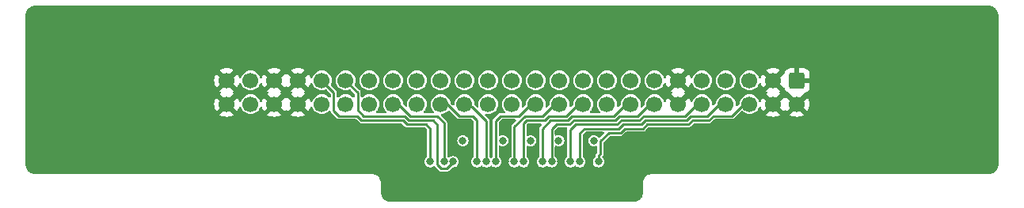
<source format=gbr>
%TF.GenerationSoftware,KiCad,Pcbnew,7.0.7*%
%TF.CreationDate,2023-09-18T17:25:17-04:00*%
%TF.ProjectId,N64 Cart FFC,4e363420-4361-4727-9420-4646432e6b69,rev?*%
%TF.SameCoordinates,Original*%
%TF.FileFunction,Copper,L1,Top*%
%TF.FilePolarity,Positive*%
%FSLAX46Y46*%
G04 Gerber Fmt 4.6, Leading zero omitted, Abs format (unit mm)*
G04 Created by KiCad (PCBNEW 7.0.7) date 2023-09-18 17:25:17*
%MOMM*%
%LPD*%
G01*
G04 APERTURE LIST*
G04 Aperture macros list*
%AMRoundRect*
0 Rectangle with rounded corners*
0 $1 Rounding radius*
0 $2 $3 $4 $5 $6 $7 $8 $9 X,Y pos of 4 corners*
0 Add a 4 corners polygon primitive as box body*
4,1,4,$2,$3,$4,$5,$6,$7,$8,$9,$2,$3,0*
0 Add four circle primitives for the rounded corners*
1,1,$1+$1,$2,$3*
1,1,$1+$1,$4,$5*
1,1,$1+$1,$6,$7*
1,1,$1+$1,$8,$9*
0 Add four rect primitives between the rounded corners*
20,1,$1+$1,$2,$3,$4,$5,0*
20,1,$1+$1,$4,$5,$6,$7,0*
20,1,$1+$1,$6,$7,$8,$9,0*
20,1,$1+$1,$8,$9,$2,$3,0*%
G04 Aperture macros list end*
%TA.AperFunction,ComponentPad*%
%ADD10RoundRect,0.250000X-0.600000X0.600000X-0.600000X-0.600000X0.600000X-0.600000X0.600000X0.600000X0*%
%TD*%
%TA.AperFunction,ComponentPad*%
%ADD11C,1.700000*%
%TD*%
%TA.AperFunction,ViaPad*%
%ADD12C,0.800000*%
%TD*%
%TA.AperFunction,Conductor*%
%ADD13C,0.250000*%
%TD*%
G04 APERTURE END LIST*
D10*
%TO.P,J1,1,Pin_1*%
%TO.N,GND*%
X192480000Y-72000000D03*
D11*
%TO.P,J1,2,Pin_2*%
X192480000Y-74540000D03*
%TO.P,J1,3,Pin_3*%
X189940000Y-72000000D03*
%TO.P,J1,4,Pin_4*%
X189940000Y-74540000D03*
%TO.P,J1,5,Pin_5*%
%TO.N,RCP-58*%
X187400000Y-72000000D03*
%TO.P,J1,6,Pin_6*%
%TO.N,RCP-57*%
X187400000Y-74540000D03*
%TO.P,J1,7,Pin_7*%
%TO.N,RCP-54*%
X184860000Y-72000000D03*
%TO.P,J1,8,Pin_8*%
%TO.N,RCP-53*%
X184860000Y-74540000D03*
%TO.P,J1,9,Pin_9*%
%TO.N,RCP-52*%
X182320000Y-72000000D03*
%TO.P,J1,10,Pin_10*%
%TO.N,RCP-51*%
X182320000Y-74540000D03*
%TO.P,J1,11,Pin_11*%
%TO.N,GND*%
X179780000Y-72000000D03*
%TO.P,J1,12,Pin_12*%
X179780000Y-74540000D03*
%TO.P,J1,13,Pin_13*%
%TO.N,RCP-50*%
X177240000Y-72000000D03*
%TO.P,J1,14,Pin_14*%
%TO.N,RCP-47*%
X177240000Y-74540000D03*
%TO.P,J1,15,Pin_15*%
%TO.N,RCP-46*%
X174700000Y-72000000D03*
%TO.P,J1,16,Pin_16*%
%TO.N,RCP-45*%
X174700000Y-74540000D03*
%TO.P,J1,17,Pin_17*%
%TO.N,3v3*%
X172160000Y-72000000D03*
%TO.P,J1,18,Pin_18*%
X172160000Y-74540000D03*
%TO.P,J1,19,Pin_19*%
%TO.N,RCP-44*%
X169620000Y-72000000D03*
%TO.P,J1,20,Pin_20*%
%TO.N,RCP-41*%
X169620000Y-74540000D03*
%TO.P,J1,21,Pin_21*%
%TO.N,RCP-40*%
X167080000Y-72000000D03*
%TO.P,J1,22,Pin_22*%
%TO.N,RCP-39*%
X167080000Y-74540000D03*
%TO.P,J1,23,Pin_23*%
%TO.N,RCP-38*%
X164540000Y-72000000D03*
%TO.P,J1,24,Pin_24*%
%TO.N,RCP-35*%
X164540000Y-74540000D03*
%TO.P,J1,25,Pin_25*%
%TO.N,unconnected-(J1-Pin_25-Pad25)*%
X162000000Y-72000000D03*
%TO.P,J1,26,Pin_26*%
%TO.N,unconnected-(J1-Pin_26-Pad26)*%
X162000000Y-74540000D03*
%TO.P,J1,27,Pin_27*%
%TO.N,unconnected-(J1-Pin_27-Pad27)*%
X159460000Y-72000000D03*
%TO.P,J1,28,Pin_28*%
%TO.N,unconnected-(J1-Pin_28-Pad28)*%
X159460000Y-74540000D03*
%TO.P,J1,29,Pin_29*%
%TO.N,RCP-34*%
X156920000Y-72000000D03*
%TO.P,J1,30,Pin_30*%
%TO.N,RCP-33*%
X156920000Y-74540000D03*
%TO.P,J1,31,Pin_31*%
%TO.N,RCP-32*%
X154380000Y-72000000D03*
%TO.P,J1,32,Pin_32*%
%TO.N,RCP-31*%
X154380000Y-74540000D03*
%TO.P,J1,33,Pin_33*%
%TO.N,3v3*%
X151840000Y-72000000D03*
%TO.P,J1,34,Pin_34*%
X151840000Y-74540000D03*
%TO.P,J1,35,Pin_35*%
%TO.N,PIF-5*%
X149300000Y-72000000D03*
%TO.P,J1,36,Pin_36*%
%TO.N,PIF-3*%
X149300000Y-74540000D03*
%TO.P,J1,37,Pin_37*%
%TO.N,PIF-1*%
X146760000Y-72000000D03*
%TO.P,J1,38,Pin_38*%
%TO.N,CPU-57*%
X146760000Y-74540000D03*
%TO.P,J1,39,Pin_39*%
%TO.N,RCP-26*%
X144220000Y-72000000D03*
%TO.P,J1,40,Pin_40*%
%TO.N,PIF-7*%
X144220000Y-74540000D03*
%TO.P,J1,41,Pin_41*%
%TO.N,PIF-23*%
X141680000Y-72000000D03*
%TO.P,J1,42,Pin_42*%
%TO.N,SYNC*%
X141680000Y-74540000D03*
%TO.P,J1,43,Pin_43*%
%TO.N,GND*%
X139140000Y-72000000D03*
%TO.P,J1,44,Pin_44*%
X139140000Y-74540000D03*
%TO.P,J1,45,Pin_45*%
X136600000Y-72000000D03*
%TO.P,J1,46,Pin_46*%
X136600000Y-74540000D03*
%TO.P,J1,47,Pin_47*%
%TO.N,unconnected-(J1-Pin_47-Pad47)*%
X134060000Y-72000000D03*
%TO.P,J1,48,Pin_48*%
%TO.N,unconnected-(J1-Pin_48-Pad48)*%
X134060000Y-74540000D03*
%TO.P,J1,49,Pin_49*%
%TO.N,GND*%
X131520000Y-72000000D03*
%TO.P,J1,50,Pin_50*%
X131520000Y-74540000D03*
%TD*%
D12*
%TO.N,GND*%
X167050000Y-77450000D03*
%TO.N,3v3*%
X170750000Y-78450000D03*
%TO.N,GND*%
X170250000Y-80700000D03*
X167250000Y-80700000D03*
X164250000Y-80700000D03*
X161250000Y-80700000D03*
X164000000Y-77150000D03*
X161000000Y-77050000D03*
X156750000Y-77050000D03*
X157000000Y-80700000D03*
%TO.N,3v3*%
X167000000Y-78450000D03*
X164000000Y-78450000D03*
X161000000Y-78450000D03*
%TO.N,RCP-57*%
X171250000Y-80700000D03*
%TO.N,RCP-53*%
X169250000Y-80700000D03*
%TO.N,RCP-51*%
X168250000Y-80700000D03*
%TO.N,RCP-47*%
X166250000Y-80700000D03*
%TO.N,RCP-45*%
X165250000Y-80700000D03*
%TO.N,RCP-41*%
X163250000Y-80700000D03*
%TO.N,3v3*%
X156750000Y-78450000D03*
%TO.N,RCP-39*%
X162250000Y-80700000D03*
%TO.N,RCP-35*%
X160250000Y-80700000D03*
%TO.N,RCP-33*%
X159250000Y-80700000D03*
%TO.N,RCP-31*%
X158250000Y-80700000D03*
%TO.N,RCP-26*%
X155700000Y-80700000D03*
%TO.N,PIF-3*%
X154750000Y-80700000D03*
%TO.N,PIF-23*%
X153250000Y-80700000D03*
%TD*%
D13*
%TO.N,PIF-23*%
X142950000Y-73270000D02*
X141680000Y-72000000D01*
X142950000Y-75250000D02*
X142950000Y-73270000D01*
X145913604Y-76250000D02*
X145463604Y-75800000D01*
X143500000Y-75800000D02*
X142950000Y-75250000D01*
X150327208Y-76250000D02*
X145913604Y-76250000D01*
X150777208Y-76700000D02*
X150327208Y-76250000D01*
X145463604Y-75800000D02*
X143500000Y-75800000D01*
X152800000Y-76700000D02*
X150777208Y-76700000D01*
X153250000Y-77150000D02*
X152800000Y-76700000D01*
X153250000Y-80700000D02*
X153250000Y-77150000D01*
%TO.N,RCP-26*%
X145500000Y-73280000D02*
X144220000Y-72000000D01*
X145500000Y-75200000D02*
X145500000Y-73280000D01*
X146100000Y-75800000D02*
X145500000Y-75200000D01*
X150513604Y-75800000D02*
X146100000Y-75800000D01*
X153550000Y-76250000D02*
X150963604Y-76250000D01*
X154025000Y-81000305D02*
X154025000Y-76725000D01*
X154449695Y-81425000D02*
X154025000Y-81000305D01*
X154025000Y-76725000D02*
X153550000Y-76250000D01*
X155700000Y-80775305D02*
X155050305Y-81425000D01*
X155050305Y-81425000D02*
X154449695Y-81425000D01*
X150963604Y-76250000D02*
X150513604Y-75800000D01*
X155700000Y-80700000D02*
X155700000Y-80775305D01*
%TO.N,PIF-3*%
X149890000Y-74540000D02*
X149300000Y-74540000D01*
X151150000Y-75800000D02*
X149890000Y-74540000D01*
X154000000Y-75800000D02*
X151150000Y-75800000D01*
X154750000Y-80700000D02*
X154750000Y-76550000D01*
X154750000Y-76550000D02*
X154000000Y-75800000D01*
%TO.N,RCP-31*%
X155090000Y-74540000D02*
X154380000Y-74540000D01*
X156350000Y-75800000D02*
X155090000Y-74540000D01*
X157800000Y-75800000D02*
X156350000Y-75800000D01*
X158250000Y-76250000D02*
X157800000Y-75800000D01*
X158250000Y-80700000D02*
X158250000Y-76250000D01*
%TO.N,RCP-57*%
X171475000Y-79825000D02*
X171475000Y-78475000D01*
X171250000Y-80050000D02*
X171475000Y-79825000D01*
X171250000Y-80700000D02*
X171250000Y-80050000D01*
X186760000Y-74540000D02*
X187400000Y-74540000D01*
X185500000Y-75800000D02*
X186760000Y-74540000D01*
X183536396Y-75800000D02*
X185500000Y-75800000D01*
X183086396Y-76250000D02*
X183536396Y-75800000D01*
X181322792Y-76250000D02*
X183086396Y-76250000D01*
X180872792Y-76700000D02*
X181322792Y-76250000D01*
X176009188Y-77150000D02*
X176459188Y-76700000D01*
X174065584Y-77150000D02*
X176009188Y-77150000D01*
X172350000Y-77600000D02*
X173615584Y-77600000D01*
X173615584Y-77600000D02*
X174065584Y-77150000D01*
X171475000Y-78475000D02*
X172350000Y-77600000D01*
X176459188Y-76700000D02*
X180872792Y-76700000D01*
%TO.N,RCP-53*%
X184160000Y-74540000D02*
X184860000Y-74540000D01*
X182900000Y-75800000D02*
X184160000Y-74540000D01*
X181136396Y-75800000D02*
X182900000Y-75800000D01*
X175822792Y-76700000D02*
X176272792Y-76250000D01*
X180686396Y-76250000D02*
X181136396Y-75800000D01*
X169750000Y-77150000D02*
X173429188Y-77150000D01*
X169250000Y-77650000D02*
X169750000Y-77150000D01*
X173429188Y-77150000D02*
X173879188Y-76700000D01*
X173879188Y-76700000D02*
X175822792Y-76700000D01*
X169250000Y-80700000D02*
X169250000Y-77650000D01*
X176272792Y-76250000D02*
X180686396Y-76250000D01*
%TO.N,RCP-51*%
X181760000Y-74540000D02*
X182320000Y-74540000D01*
X180500000Y-75800000D02*
X181760000Y-74540000D01*
X173692792Y-76250000D02*
X175636396Y-76250000D01*
X175636396Y-76250000D02*
X176086396Y-75800000D01*
X173242792Y-76700000D02*
X173692792Y-76250000D01*
X168809188Y-76700000D02*
X173242792Y-76700000D01*
X168250000Y-77259188D02*
X168809188Y-76700000D01*
X168250000Y-80700000D02*
X168250000Y-77259188D01*
X176086396Y-75800000D02*
X180500000Y-75800000D01*
%TO.N,RCP-47*%
X176710000Y-74540000D02*
X177240000Y-74540000D01*
X173056396Y-76250000D02*
X173506396Y-75800000D01*
X173506396Y-75800000D02*
X175450000Y-75800000D01*
X168622792Y-76250000D02*
X173056396Y-76250000D01*
X166750000Y-76700000D02*
X168172792Y-76700000D01*
X168172792Y-76700000D02*
X168622792Y-76250000D01*
X166250000Y-77200000D02*
X166750000Y-76700000D01*
X175450000Y-75800000D02*
X176710000Y-74540000D01*
X166250000Y-80700000D02*
X166250000Y-77200000D01*
%TO.N,RCP-45*%
X174130000Y-74540000D02*
X174700000Y-74540000D01*
X167986396Y-76250000D02*
X168436396Y-75800000D01*
X168436396Y-75800000D02*
X172870000Y-75800000D01*
X172870000Y-75800000D02*
X174130000Y-74540000D01*
X166150000Y-76250000D02*
X167986396Y-76250000D01*
X165250000Y-77150000D02*
X166150000Y-76250000D01*
X165250000Y-80700000D02*
X165250000Y-77150000D01*
%TO.N,RCP-41*%
X167800000Y-75800000D02*
X169060000Y-74540000D01*
X165486396Y-76250000D02*
X165936396Y-75800000D01*
X163586396Y-76250000D02*
X165486396Y-76250000D01*
X163225000Y-80675000D02*
X163225000Y-76611396D01*
X165936396Y-75800000D02*
X167800000Y-75800000D01*
X169060000Y-74540000D02*
X169620000Y-74540000D01*
X163250000Y-80700000D02*
X163225000Y-80675000D01*
X163225000Y-76611396D02*
X163586396Y-76250000D01*
%TO.N,RCP-39*%
X166560000Y-74540000D02*
X167080000Y-74540000D01*
X163400000Y-75800000D02*
X165300000Y-75800000D01*
X162250000Y-76950000D02*
X163400000Y-75800000D01*
X165300000Y-75800000D02*
X166560000Y-74540000D01*
X162250000Y-80700000D02*
X162250000Y-76950000D01*
%TO.N,RCP-35*%
X164010000Y-74540000D02*
X164540000Y-74540000D01*
X160800000Y-75800000D02*
X162750000Y-75800000D01*
X162750000Y-75800000D02*
X164010000Y-74540000D01*
X160250000Y-76350000D02*
X160800000Y-75800000D01*
X160250000Y-80700000D02*
X160250000Y-76350000D01*
%TO.N,RCP-33*%
X157230000Y-74850000D02*
X156920000Y-74540000D01*
X159250000Y-76350000D02*
X157750000Y-74850000D01*
X157750000Y-74850000D02*
X157230000Y-74850000D01*
X159250000Y-80700000D02*
X159250000Y-76350000D01*
%TO.N,RCP-41*%
X163250000Y-80700000D02*
X163460000Y-80700000D01*
%TD*%
%TA.AperFunction,Conductor*%
%TO.N,GND*%
G36*
X132122470Y-72249363D02*
G01*
X132128949Y-72255396D01*
X132634925Y-72761373D01*
X132634926Y-72761373D01*
X132693598Y-72677582D01*
X132693600Y-72677578D01*
X132793429Y-72463492D01*
X132793433Y-72463483D01*
X132826158Y-72341350D01*
X132862522Y-72281690D01*
X132925369Y-72251160D01*
X132994745Y-72259454D01*
X133048623Y-72303939D01*
X133064593Y-72337447D01*
X133084768Y-72403954D01*
X133182315Y-72586450D01*
X133182317Y-72586452D01*
X133313589Y-72746410D01*
X133349844Y-72776163D01*
X133473550Y-72877685D01*
X133656046Y-72975232D01*
X133854066Y-73035300D01*
X133854065Y-73035300D01*
X133872529Y-73037118D01*
X134060000Y-73055583D01*
X134265934Y-73035300D01*
X134463954Y-72975232D01*
X134646450Y-72877685D01*
X134806410Y-72746410D01*
X134937685Y-72586450D01*
X135035232Y-72403954D01*
X135055406Y-72337446D01*
X135093702Y-72279010D01*
X135157514Y-72250553D01*
X135226581Y-72261112D01*
X135278975Y-72307336D01*
X135293841Y-72341349D01*
X135326567Y-72463486D01*
X135326570Y-72463492D01*
X135426400Y-72677579D01*
X135426402Y-72677583D01*
X135485072Y-72761373D01*
X135485073Y-72761373D01*
X135991050Y-72255395D01*
X136052373Y-72221910D01*
X136122064Y-72226894D01*
X136177998Y-72268765D01*
X136183039Y-72276025D01*
X136200978Y-72303939D01*
X136218239Y-72330798D01*
X136333602Y-72430759D01*
X136331293Y-72433422D01*
X136366006Y-72473499D01*
X136375935Y-72542660D01*
X136346898Y-72606210D01*
X136340882Y-72612669D01*
X135838625Y-73114925D01*
X135915031Y-73168425D01*
X135958655Y-73223002D01*
X135965848Y-73292501D01*
X135934326Y-73354855D01*
X135915029Y-73371576D01*
X135838625Y-73425072D01*
X136340883Y-73927330D01*
X136374368Y-73988653D01*
X136369384Y-74058345D01*
X136332357Y-74107805D01*
X136333602Y-74109241D01*
X136218238Y-74209202D01*
X136183046Y-74263962D01*
X136130242Y-74309717D01*
X136061083Y-74319660D01*
X135997528Y-74290634D01*
X135991050Y-74284603D01*
X135485072Y-73778625D01*
X135426401Y-73862419D01*
X135326570Y-74076507D01*
X135326567Y-74076514D01*
X135293841Y-74198650D01*
X135257476Y-74258310D01*
X135194629Y-74288839D01*
X135125253Y-74280544D01*
X135071375Y-74236059D01*
X135055406Y-74202552D01*
X135035232Y-74136046D01*
X134937685Y-73953550D01*
X134872668Y-73874326D01*
X134806410Y-73793589D01*
X134646452Y-73662317D01*
X134646453Y-73662317D01*
X134646450Y-73662315D01*
X134463954Y-73564768D01*
X134265934Y-73504700D01*
X134265932Y-73504699D01*
X134265934Y-73504699D01*
X134060000Y-73484417D01*
X133854067Y-73504699D01*
X133656043Y-73564769D01*
X133545897Y-73623643D01*
X133473550Y-73662315D01*
X133473548Y-73662316D01*
X133473547Y-73662317D01*
X133313589Y-73793589D01*
X133182317Y-73953547D01*
X133084767Y-74136046D01*
X133064593Y-74202552D01*
X133026296Y-74260990D01*
X132962483Y-74289447D01*
X132893416Y-74278886D01*
X132841023Y-74232661D01*
X132826158Y-74198649D01*
X132793433Y-74076516D01*
X132793429Y-74076507D01*
X132693600Y-73862423D01*
X132693599Y-73862421D01*
X132634925Y-73778626D01*
X132634925Y-73778625D01*
X132128949Y-74284602D01*
X132067626Y-74318087D01*
X131997934Y-74313103D01*
X131942001Y-74271231D01*
X131936953Y-74263961D01*
X131901761Y-74209202D01*
X131786398Y-74109241D01*
X131788708Y-74106574D01*
X131754005Y-74066528D01*
X131744058Y-73997370D01*
X131773080Y-73933813D01*
X131779116Y-73927330D01*
X132281373Y-73425073D01*
X132204969Y-73371576D01*
X132161344Y-73316999D01*
X132154150Y-73247501D01*
X132185672Y-73185146D01*
X132204968Y-73168425D01*
X132281373Y-73114925D01*
X131779116Y-72612669D01*
X131745631Y-72551346D01*
X131750615Y-72481655D01*
X131787640Y-72432193D01*
X131786398Y-72430759D01*
X131815153Y-72405843D01*
X131901761Y-72330798D01*
X131936954Y-72276037D01*
X131989755Y-72230283D01*
X132058914Y-72220339D01*
X132122470Y-72249363D01*
G37*
%TD.AperFunction*%
%TA.AperFunction,Conductor*%
G36*
X137202470Y-72249363D02*
G01*
X137208949Y-72255396D01*
X137714925Y-72761373D01*
X137768425Y-72684968D01*
X137823002Y-72641344D01*
X137892501Y-72634151D01*
X137954855Y-72665673D01*
X137971576Y-72684969D01*
X138025073Y-72761372D01*
X138531050Y-72255395D01*
X138592373Y-72221910D01*
X138662064Y-72226894D01*
X138717998Y-72268765D01*
X138723039Y-72276025D01*
X138740978Y-72303939D01*
X138758239Y-72330798D01*
X138873602Y-72430759D01*
X138871293Y-72433422D01*
X138906006Y-72473499D01*
X138915935Y-72542660D01*
X138886898Y-72606210D01*
X138880882Y-72612669D01*
X138378625Y-73114925D01*
X138455031Y-73168425D01*
X138498655Y-73223002D01*
X138505848Y-73292501D01*
X138474326Y-73354855D01*
X138455029Y-73371576D01*
X138378625Y-73425072D01*
X138880883Y-73927330D01*
X138914368Y-73988653D01*
X138909384Y-74058345D01*
X138872357Y-74107805D01*
X138873602Y-74109241D01*
X138758238Y-74209202D01*
X138723046Y-74263962D01*
X138670242Y-74309717D01*
X138601083Y-74319660D01*
X138537528Y-74290634D01*
X138531050Y-74284603D01*
X138025072Y-73778625D01*
X138025072Y-73778626D01*
X137971574Y-73855030D01*
X137916998Y-73898655D01*
X137847499Y-73905849D01*
X137785144Y-73874326D01*
X137768424Y-73855030D01*
X137714925Y-73778626D01*
X137714925Y-73778625D01*
X137208949Y-74284602D01*
X137147626Y-74318087D01*
X137077934Y-74313103D01*
X137022001Y-74271231D01*
X137016953Y-74263961D01*
X136981761Y-74209202D01*
X136866398Y-74109241D01*
X136868708Y-74106574D01*
X136834005Y-74066528D01*
X136824058Y-73997370D01*
X136853080Y-73933813D01*
X136859116Y-73927330D01*
X137361373Y-73425073D01*
X137284969Y-73371576D01*
X137241344Y-73316999D01*
X137234150Y-73247501D01*
X137265672Y-73185146D01*
X137284968Y-73168425D01*
X137361373Y-73114925D01*
X136859116Y-72612669D01*
X136825631Y-72551346D01*
X136830615Y-72481655D01*
X136867640Y-72432193D01*
X136866398Y-72430759D01*
X136895153Y-72405843D01*
X136981761Y-72330798D01*
X137016954Y-72276037D01*
X137069755Y-72230283D01*
X137138914Y-72220339D01*
X137202470Y-72249363D01*
G37*
%TD.AperFunction*%
%TA.AperFunction,Conductor*%
G36*
X190542470Y-72249363D02*
G01*
X190548949Y-72255396D01*
X191059156Y-72765604D01*
X191111701Y-72776163D01*
X191161885Y-72824777D01*
X191171717Y-72846921D01*
X191195642Y-72919121D01*
X191195643Y-72919124D01*
X191287684Y-73068345D01*
X191411654Y-73192315D01*
X191560875Y-73284356D01*
X191560882Y-73284359D01*
X191633075Y-73308281D01*
X191690520Y-73348053D01*
X191717344Y-73412569D01*
X191717463Y-73423910D01*
X192220883Y-73927330D01*
X192254368Y-73988653D01*
X192249384Y-74058345D01*
X192212357Y-74107805D01*
X192213602Y-74109241D01*
X192098238Y-74209202D01*
X192063046Y-74263962D01*
X192010242Y-74309717D01*
X191941083Y-74319660D01*
X191877528Y-74290634D01*
X191871050Y-74284603D01*
X191365072Y-73778625D01*
X191365072Y-73778626D01*
X191311574Y-73855030D01*
X191256998Y-73898655D01*
X191187499Y-73905849D01*
X191125144Y-73874326D01*
X191108424Y-73855030D01*
X191054925Y-73778626D01*
X191054925Y-73778625D01*
X190548949Y-74284602D01*
X190487626Y-74318087D01*
X190417934Y-74313103D01*
X190362001Y-74271231D01*
X190356953Y-74263961D01*
X190321761Y-74209202D01*
X190206398Y-74109241D01*
X190208708Y-74106574D01*
X190174005Y-74066528D01*
X190164058Y-73997370D01*
X190193080Y-73933813D01*
X190199116Y-73927330D01*
X190701373Y-73425073D01*
X190624969Y-73371576D01*
X190581344Y-73316999D01*
X190574150Y-73247501D01*
X190605672Y-73185146D01*
X190624968Y-73168425D01*
X190701373Y-73114925D01*
X190199116Y-72612669D01*
X190165631Y-72551346D01*
X190170615Y-72481655D01*
X190207640Y-72432193D01*
X190206398Y-72430759D01*
X190235153Y-72405843D01*
X190321761Y-72330798D01*
X190356954Y-72276037D01*
X190409755Y-72230283D01*
X190478914Y-72220339D01*
X190542470Y-72249363D01*
G37*
%TD.AperFunction*%
%TA.AperFunction,Conductor*%
G36*
X139742470Y-72249363D02*
G01*
X139748949Y-72255396D01*
X140254925Y-72761373D01*
X140254926Y-72761373D01*
X140313598Y-72677582D01*
X140313600Y-72677578D01*
X140413429Y-72463492D01*
X140413433Y-72463483D01*
X140446158Y-72341350D01*
X140482522Y-72281690D01*
X140545369Y-72251160D01*
X140614745Y-72259454D01*
X140668623Y-72303939D01*
X140684593Y-72337447D01*
X140704768Y-72403954D01*
X140802315Y-72586450D01*
X140802317Y-72586452D01*
X140933589Y-72746410D01*
X140969844Y-72776163D01*
X141093550Y-72877685D01*
X141276046Y-72975232D01*
X141474066Y-73035300D01*
X141474065Y-73035300D01*
X141494347Y-73037297D01*
X141680000Y-73055583D01*
X141885934Y-73035300D01*
X142083954Y-72975232D01*
X142083969Y-72975223D01*
X142085843Y-72974448D01*
X142086918Y-72974332D01*
X142089784Y-72973463D01*
X142089948Y-72974005D01*
X142155311Y-72966969D01*
X142217795Y-72998234D01*
X142220994Y-73001321D01*
X142588181Y-73368507D01*
X142621666Y-73429830D01*
X142624500Y-73456188D01*
X142624500Y-73693981D01*
X142604815Y-73761020D01*
X142552011Y-73806775D01*
X142482853Y-73816719D01*
X142421836Y-73789835D01*
X142266453Y-73662317D01*
X142266451Y-73662316D01*
X142266450Y-73662315D01*
X142083954Y-73564768D01*
X141885934Y-73504700D01*
X141885932Y-73504699D01*
X141885934Y-73504699D01*
X141698463Y-73486235D01*
X141680000Y-73484417D01*
X141679999Y-73484417D01*
X141474067Y-73504699D01*
X141276043Y-73564769D01*
X141165897Y-73623643D01*
X141093550Y-73662315D01*
X141093548Y-73662316D01*
X141093547Y-73662317D01*
X140933589Y-73793589D01*
X140802317Y-73953547D01*
X140704767Y-74136046D01*
X140684593Y-74202552D01*
X140646296Y-74260990D01*
X140582483Y-74289447D01*
X140513416Y-74278886D01*
X140461023Y-74232661D01*
X140446158Y-74198649D01*
X140413433Y-74076516D01*
X140413429Y-74076507D01*
X140313600Y-73862423D01*
X140313599Y-73862421D01*
X140254925Y-73778626D01*
X140254925Y-73778625D01*
X139748949Y-74284602D01*
X139687626Y-74318087D01*
X139617934Y-74313103D01*
X139562001Y-74271231D01*
X139556953Y-74263961D01*
X139521761Y-74209202D01*
X139406398Y-74109241D01*
X139408708Y-74106574D01*
X139374005Y-74066528D01*
X139364058Y-73997370D01*
X139393080Y-73933813D01*
X139399116Y-73927330D01*
X139901373Y-73425073D01*
X139824969Y-73371576D01*
X139781344Y-73316999D01*
X139774150Y-73247501D01*
X139805672Y-73185146D01*
X139824968Y-73168425D01*
X139901373Y-73114925D01*
X139399116Y-72612669D01*
X139365631Y-72551346D01*
X139370615Y-72481655D01*
X139407640Y-72432193D01*
X139406398Y-72430759D01*
X139435153Y-72405843D01*
X139521761Y-72330798D01*
X139556954Y-72276037D01*
X139609755Y-72230283D01*
X139678914Y-72220339D01*
X139742470Y-72249363D01*
G37*
%TD.AperFunction*%
%TA.AperFunction,Conductor*%
G36*
X213002695Y-64000735D02*
G01*
X213045519Y-64004482D01*
X213171771Y-64016918D01*
X213191685Y-64020541D01*
X213258349Y-64038403D01*
X213351570Y-64066682D01*
X213367971Y-64072958D01*
X213435411Y-64104406D01*
X213438375Y-64105888D01*
X213475969Y-64125982D01*
X213522327Y-64150762D01*
X213528667Y-64154657D01*
X213594828Y-64200983D01*
X213598600Y-64203844D01*
X213670808Y-64263103D01*
X213675309Y-64267182D01*
X213732815Y-64324688D01*
X213736895Y-64329190D01*
X213796154Y-64401398D01*
X213799015Y-64405170D01*
X213845341Y-64471331D01*
X213849236Y-64477671D01*
X213894101Y-64561605D01*
X213895614Y-64564631D01*
X213927040Y-64632027D01*
X213933319Y-64648435D01*
X213961601Y-64741669D01*
X213979454Y-64808299D01*
X213983082Y-64828238D01*
X213995523Y-64954554D01*
X213999264Y-64997302D01*
X213999500Y-65002710D01*
X213999500Y-80997289D01*
X213999264Y-81002697D01*
X213995523Y-81045445D01*
X213983082Y-81171760D01*
X213979454Y-81191699D01*
X213961601Y-81258330D01*
X213933318Y-81351563D01*
X213927040Y-81367971D01*
X213895614Y-81435367D01*
X213894101Y-81438393D01*
X213849236Y-81522327D01*
X213845341Y-81528667D01*
X213799015Y-81594828D01*
X213796154Y-81598600D01*
X213736895Y-81670808D01*
X213732806Y-81675320D01*
X213675320Y-81732806D01*
X213670808Y-81736895D01*
X213598600Y-81796154D01*
X213594828Y-81799015D01*
X213528667Y-81845341D01*
X213522327Y-81849236D01*
X213438393Y-81894101D01*
X213435367Y-81895614D01*
X213367971Y-81927040D01*
X213351563Y-81933318D01*
X213258330Y-81961601D01*
X213191699Y-81979454D01*
X213171760Y-81983082D01*
X213045445Y-81995523D01*
X213004789Y-81999080D01*
X213002696Y-81999264D01*
X212997290Y-81999500D01*
X177067096Y-81999500D01*
X177051519Y-81994926D01*
X177008111Y-81999201D01*
X177002031Y-81999500D01*
X176912463Y-81999500D01*
X176849352Y-82010628D01*
X176837550Y-82009311D01*
X176814368Y-82016344D01*
X176807131Y-82018073D01*
X176740062Y-82029898D01*
X176662407Y-82058163D01*
X176649355Y-82058992D01*
X176634133Y-82067129D01*
X176618092Y-82074292D01*
X176575558Y-82089773D01*
X176575550Y-82089777D01*
X176491024Y-82138579D01*
X176476686Y-82142057D01*
X176464818Y-82151797D01*
X176448158Y-82163327D01*
X176423949Y-82177304D01*
X176419509Y-82180414D01*
X176419246Y-82180039D01*
X176405444Y-82189368D01*
X176401918Y-82191252D01*
X176385339Y-82209700D01*
X176338606Y-82248914D01*
X176323590Y-82255485D01*
X176315017Y-82265932D01*
X176298874Y-82282253D01*
X176289836Y-82289836D01*
X176282253Y-82298874D01*
X176265932Y-82315017D01*
X176260904Y-82319143D01*
X176248914Y-82338606D01*
X176209700Y-82385339D01*
X176194824Y-82395235D01*
X176189368Y-82405444D01*
X176180039Y-82419246D01*
X176180414Y-82419509D01*
X176177304Y-82423949D01*
X176163327Y-82448158D01*
X176151797Y-82464818D01*
X176146096Y-82471763D01*
X176138579Y-82491024D01*
X176089777Y-82575550D01*
X176089773Y-82575558D01*
X176074292Y-82618092D01*
X176067129Y-82634133D01*
X176061678Y-82644329D01*
X176058163Y-82662407D01*
X176029898Y-82740062D01*
X176018073Y-82807131D01*
X176016344Y-82814368D01*
X176010831Y-82832541D01*
X176010628Y-82849352D01*
X175999500Y-82912463D01*
X175999500Y-83002030D01*
X175999201Y-83008110D01*
X175995637Y-83044297D01*
X175999500Y-83067096D01*
X175999500Y-83997289D01*
X175999264Y-84002697D01*
X175995523Y-84045445D01*
X175983082Y-84171760D01*
X175979454Y-84191699D01*
X175961601Y-84258330D01*
X175933318Y-84351563D01*
X175927040Y-84367971D01*
X175895614Y-84435367D01*
X175894101Y-84438393D01*
X175849236Y-84522327D01*
X175845341Y-84528667D01*
X175799015Y-84594828D01*
X175796154Y-84598600D01*
X175736895Y-84670808D01*
X175732806Y-84675320D01*
X175675320Y-84732806D01*
X175670808Y-84736895D01*
X175598600Y-84796154D01*
X175594828Y-84799015D01*
X175528667Y-84845341D01*
X175522327Y-84849236D01*
X175438393Y-84894101D01*
X175435367Y-84895614D01*
X175367971Y-84927040D01*
X175351563Y-84933318D01*
X175258330Y-84961601D01*
X175191699Y-84979454D01*
X175171760Y-84983082D01*
X175045445Y-84995523D01*
X175004789Y-84999080D01*
X175002696Y-84999264D01*
X174997290Y-84999500D01*
X149002710Y-84999500D01*
X148997303Y-84999264D01*
X148995015Y-84999063D01*
X148954554Y-84995523D01*
X148828238Y-84983082D01*
X148808299Y-84979454D01*
X148741669Y-84961601D01*
X148648435Y-84933319D01*
X148632027Y-84927040D01*
X148583433Y-84904381D01*
X148564618Y-84895607D01*
X148561605Y-84894101D01*
X148477671Y-84849236D01*
X148471331Y-84845341D01*
X148405170Y-84799015D01*
X148401398Y-84796154D01*
X148329190Y-84736895D01*
X148324688Y-84732815D01*
X148267182Y-84675309D01*
X148263103Y-84670808D01*
X148203844Y-84598600D01*
X148200983Y-84594828D01*
X148154657Y-84528667D01*
X148150762Y-84522327D01*
X148125982Y-84475969D01*
X148105888Y-84438375D01*
X148104406Y-84435411D01*
X148072958Y-84367971D01*
X148066682Y-84351570D01*
X148038398Y-84258330D01*
X148020541Y-84191685D01*
X148016918Y-84171771D01*
X148004482Y-84045519D01*
X148000735Y-84002695D01*
X148000500Y-83997293D01*
X148000500Y-83067095D01*
X148005073Y-83051520D01*
X148000799Y-83008120D01*
X148000500Y-83002040D01*
X148000500Y-82912472D01*
X148000500Y-82912468D01*
X147989371Y-82849352D01*
X147990687Y-82837552D01*
X147983657Y-82814379D01*
X147981928Y-82807140D01*
X147981926Y-82807131D01*
X147970101Y-82740062D01*
X147941836Y-82662407D01*
X147941007Y-82649359D01*
X147932874Y-82634143D01*
X147925709Y-82618098D01*
X147925707Y-82618092D01*
X147910225Y-82575555D01*
X147910222Y-82575550D01*
X147910221Y-82575547D01*
X147861421Y-82491025D01*
X147857942Y-82476688D01*
X147848206Y-82464824D01*
X147836675Y-82448163D01*
X147822692Y-82423945D01*
X147819586Y-82419509D01*
X147819961Y-82419245D01*
X147810627Y-82405438D01*
X147808745Y-82401918D01*
X147790297Y-82385337D01*
X147751085Y-82338606D01*
X147744513Y-82323590D01*
X147734070Y-82315020D01*
X147717744Y-82298872D01*
X147710163Y-82289837D01*
X147701125Y-82282253D01*
X147684977Y-82265928D01*
X147680853Y-82260903D01*
X147661393Y-82248914D01*
X147614661Y-82209702D01*
X147604762Y-82194824D01*
X147594560Y-82189371D01*
X147580754Y-82180038D01*
X147580491Y-82180414D01*
X147576057Y-82177310D01*
X147576055Y-82177308D01*
X147564174Y-82170448D01*
X147551838Y-82163326D01*
X147535173Y-82151792D01*
X147528232Y-82146096D01*
X147508974Y-82138578D01*
X147424449Y-82089777D01*
X147424448Y-82089776D01*
X147416230Y-82086785D01*
X147381900Y-82074289D01*
X147365862Y-82067128D01*
X147355669Y-82061679D01*
X147337592Y-82058162D01*
X147259940Y-82029899D01*
X147192866Y-82018072D01*
X147185629Y-82016343D01*
X147167463Y-82010832D01*
X147150646Y-82010628D01*
X147087536Y-81999500D01*
X147087532Y-81999500D01*
X147000099Y-81999500D01*
X146997968Y-81999500D01*
X146991888Y-81999201D01*
X146955701Y-81995637D01*
X146932903Y-81999500D01*
X111002710Y-81999500D01*
X110997303Y-81999264D01*
X110995015Y-81999063D01*
X110954554Y-81995523D01*
X110828238Y-81983082D01*
X110808299Y-81979454D01*
X110741669Y-81961601D01*
X110648435Y-81933319D01*
X110632027Y-81927040D01*
X110583433Y-81904381D01*
X110564618Y-81895607D01*
X110561605Y-81894101D01*
X110477671Y-81849236D01*
X110471331Y-81845341D01*
X110405170Y-81799015D01*
X110401398Y-81796154D01*
X110329190Y-81736895D01*
X110324688Y-81732815D01*
X110267182Y-81675309D01*
X110263103Y-81670808D01*
X110243715Y-81647184D01*
X110203844Y-81598600D01*
X110200983Y-81594828D01*
X110154657Y-81528667D01*
X110150762Y-81522327D01*
X110125982Y-81475969D01*
X110105888Y-81438375D01*
X110104406Y-81435411D01*
X110072958Y-81367971D01*
X110066682Y-81351570D01*
X110038398Y-81258330D01*
X110020541Y-81191685D01*
X110016918Y-81171771D01*
X110004475Y-81045435D01*
X110003546Y-81034817D01*
X110000733Y-81002671D01*
X110000500Y-80997315D01*
X110000500Y-74540001D01*
X130164843Y-74540001D01*
X130185430Y-74775315D01*
X130185432Y-74775326D01*
X130246566Y-75003483D01*
X130246570Y-75003492D01*
X130346400Y-75217579D01*
X130346402Y-75217583D01*
X130405072Y-75301373D01*
X130405073Y-75301373D01*
X130911050Y-74795395D01*
X130972373Y-74761910D01*
X131042064Y-74766894D01*
X131097998Y-74808765D01*
X131103039Y-74816025D01*
X131110188Y-74827149D01*
X131138239Y-74870798D01*
X131253602Y-74970759D01*
X131251293Y-74973422D01*
X131286006Y-75013499D01*
X131295935Y-75082660D01*
X131266898Y-75146210D01*
X131260882Y-75152669D01*
X130758625Y-75654925D01*
X130842421Y-75713599D01*
X131056507Y-75813429D01*
X131056516Y-75813433D01*
X131284673Y-75874567D01*
X131284684Y-75874569D01*
X131519998Y-75895157D01*
X131520002Y-75895157D01*
X131755315Y-75874569D01*
X131755326Y-75874567D01*
X131983483Y-75813433D01*
X131983492Y-75813429D01*
X132197578Y-75713600D01*
X132197582Y-75713598D01*
X132281373Y-75654926D01*
X132281373Y-75654925D01*
X131779116Y-75152669D01*
X131745631Y-75091346D01*
X131750615Y-75021655D01*
X131787640Y-74972193D01*
X131786398Y-74970759D01*
X131793100Y-74964952D01*
X131901761Y-74870798D01*
X131936954Y-74816037D01*
X131989755Y-74770283D01*
X132058914Y-74760339D01*
X132122470Y-74789363D01*
X132128949Y-74795396D01*
X132634925Y-75301373D01*
X132634926Y-75301373D01*
X132693598Y-75217582D01*
X132693600Y-75217578D01*
X132793429Y-75003492D01*
X132793433Y-75003483D01*
X132826158Y-74881350D01*
X132862522Y-74821690D01*
X132925369Y-74791160D01*
X132994745Y-74799454D01*
X133048623Y-74843939D01*
X133064593Y-74877447D01*
X133084768Y-74943954D01*
X133182315Y-75126450D01*
X133182317Y-75126452D01*
X133313589Y-75286410D01*
X133392783Y-75351402D01*
X133473550Y-75417685D01*
X133656046Y-75515232D01*
X133854066Y-75575300D01*
X133854065Y-75575300D01*
X133872529Y-75577118D01*
X134060000Y-75595583D01*
X134265934Y-75575300D01*
X134463954Y-75515232D01*
X134646450Y-75417685D01*
X134806410Y-75286410D01*
X134937685Y-75126450D01*
X135035232Y-74943954D01*
X135055406Y-74877446D01*
X135093702Y-74819010D01*
X135157514Y-74790553D01*
X135226581Y-74801112D01*
X135278975Y-74847336D01*
X135293841Y-74881349D01*
X135326567Y-75003486D01*
X135326570Y-75003492D01*
X135426400Y-75217579D01*
X135426402Y-75217583D01*
X135485072Y-75301373D01*
X135485073Y-75301373D01*
X135991050Y-74795395D01*
X136052373Y-74761910D01*
X136122064Y-74766894D01*
X136177998Y-74808765D01*
X136183039Y-74816025D01*
X136190188Y-74827149D01*
X136218239Y-74870798D01*
X136333602Y-74970759D01*
X136331293Y-74973422D01*
X136366006Y-75013499D01*
X136375935Y-75082660D01*
X136346898Y-75146210D01*
X136340882Y-75152669D01*
X135838625Y-75654925D01*
X135922421Y-75713599D01*
X136136507Y-75813429D01*
X136136516Y-75813433D01*
X136364673Y-75874567D01*
X136364684Y-75874569D01*
X136599998Y-75895157D01*
X136600002Y-75895157D01*
X136835315Y-75874569D01*
X136835326Y-75874567D01*
X137063483Y-75813433D01*
X137063492Y-75813429D01*
X137277578Y-75713600D01*
X137277582Y-75713598D01*
X137361373Y-75654926D01*
X137361373Y-75654925D01*
X136859116Y-75152669D01*
X136825631Y-75091346D01*
X136830615Y-75021655D01*
X136867640Y-74972193D01*
X136866398Y-74970759D01*
X136873100Y-74964952D01*
X136981761Y-74870798D01*
X137016954Y-74816037D01*
X137069755Y-74770283D01*
X137138914Y-74760339D01*
X137202470Y-74789363D01*
X137208949Y-74795396D01*
X137714925Y-75301373D01*
X137768425Y-75224968D01*
X137823002Y-75181344D01*
X137892501Y-75174151D01*
X137954855Y-75205673D01*
X137971576Y-75224969D01*
X138025073Y-75301372D01*
X138531050Y-74795395D01*
X138592373Y-74761910D01*
X138662064Y-74766894D01*
X138717998Y-74808765D01*
X138723039Y-74816025D01*
X138730188Y-74827149D01*
X138758239Y-74870798D01*
X138873602Y-74970759D01*
X138871293Y-74973422D01*
X138906006Y-75013499D01*
X138915935Y-75082660D01*
X138886898Y-75146210D01*
X138880882Y-75152669D01*
X138378625Y-75654925D01*
X138462421Y-75713599D01*
X138676507Y-75813429D01*
X138676516Y-75813433D01*
X138904673Y-75874567D01*
X138904684Y-75874569D01*
X139139998Y-75895157D01*
X139140002Y-75895157D01*
X139375315Y-75874569D01*
X139375326Y-75874567D01*
X139603483Y-75813433D01*
X139603492Y-75813429D01*
X139817578Y-75713600D01*
X139817582Y-75713598D01*
X139901373Y-75654926D01*
X139901373Y-75654925D01*
X139399116Y-75152669D01*
X139365631Y-75091346D01*
X139370615Y-75021655D01*
X139407640Y-74972193D01*
X139406398Y-74970759D01*
X139413100Y-74964952D01*
X139521761Y-74870798D01*
X139556954Y-74816037D01*
X139609755Y-74770283D01*
X139678914Y-74760339D01*
X139742470Y-74789363D01*
X139748949Y-74795396D01*
X140254925Y-75301373D01*
X140254926Y-75301373D01*
X140313598Y-75217582D01*
X140313600Y-75217578D01*
X140413429Y-75003492D01*
X140413433Y-75003483D01*
X140446158Y-74881350D01*
X140482522Y-74821690D01*
X140545369Y-74791160D01*
X140614745Y-74799454D01*
X140668623Y-74843939D01*
X140684593Y-74877447D01*
X140704768Y-74943954D01*
X140802315Y-75126450D01*
X140802317Y-75126452D01*
X140933589Y-75286410D01*
X141012783Y-75351402D01*
X141093550Y-75417685D01*
X141276046Y-75515232D01*
X141474066Y-75575300D01*
X141474065Y-75575300D01*
X141492529Y-75577118D01*
X141680000Y-75595583D01*
X141885934Y-75575300D01*
X142083954Y-75515232D01*
X142266450Y-75417685D01*
X142411533Y-75298619D01*
X142426409Y-75286411D01*
X142427554Y-75285266D01*
X142428302Y-75284857D01*
X142431120Y-75282545D01*
X142431558Y-75283079D01*
X142488874Y-75251775D01*
X142558566Y-75256753D01*
X142614503Y-75298619D01*
X142637358Y-75351402D01*
X142639411Y-75363042D01*
X142641235Y-75368055D01*
X142648197Y-75384861D01*
X142650445Y-75389681D01*
X142650446Y-75389684D01*
X142661179Y-75405013D01*
X142673655Y-75422831D01*
X142676561Y-75427392D01*
X142696806Y-75462455D01*
X142727815Y-75488475D01*
X142731805Y-75492131D01*
X143257868Y-76018195D01*
X143261523Y-76022184D01*
X143287541Y-76053190D01*
X143287542Y-76053191D01*
X143287545Y-76053194D01*
X143316387Y-76069845D01*
X143322604Y-76073435D01*
X143327154Y-76076333D01*
X143360316Y-76099553D01*
X143360318Y-76099553D01*
X143360319Y-76099554D01*
X143365168Y-76101815D01*
X143381947Y-76108765D01*
X143386952Y-76110587D01*
X143386953Y-76110587D01*
X143386955Y-76110588D01*
X143426829Y-76117618D01*
X143432092Y-76118786D01*
X143443907Y-76121951D01*
X143471193Y-76129263D01*
X143511510Y-76125735D01*
X143516912Y-76125500D01*
X145277416Y-76125500D01*
X145344455Y-76145185D01*
X145365097Y-76161819D01*
X145671467Y-76468189D01*
X145675122Y-76472178D01*
X145701145Y-76503190D01*
X145701147Y-76503191D01*
X145701149Y-76503194D01*
X145701151Y-76503195D01*
X145701152Y-76503196D01*
X145736203Y-76523433D01*
X145740766Y-76526339D01*
X145773920Y-76549554D01*
X145773923Y-76549554D01*
X145778780Y-76551820D01*
X145795537Y-76558760D01*
X145800557Y-76560587D01*
X145800559Y-76560588D01*
X145840434Y-76567618D01*
X145845691Y-76568784D01*
X145884797Y-76579263D01*
X145925114Y-76575735D01*
X145930516Y-76575500D01*
X150141020Y-76575500D01*
X150208059Y-76595185D01*
X150228701Y-76611819D01*
X150535071Y-76918189D01*
X150538726Y-76922178D01*
X150564749Y-76953190D01*
X150564751Y-76953191D01*
X150564753Y-76953194D01*
X150564755Y-76953195D01*
X150564756Y-76953196D01*
X150599807Y-76973433D01*
X150604370Y-76976339D01*
X150637524Y-76999554D01*
X150637527Y-76999554D01*
X150642384Y-77001820D01*
X150659141Y-77008760D01*
X150664161Y-77010587D01*
X150664163Y-77010588D01*
X150704038Y-77017618D01*
X150709295Y-77018784D01*
X150748401Y-77029263D01*
X150788718Y-77025735D01*
X150794120Y-77025500D01*
X152613812Y-77025500D01*
X152680851Y-77045185D01*
X152701493Y-77061819D01*
X152888181Y-77248507D01*
X152921666Y-77309830D01*
X152924500Y-77336188D01*
X152924500Y-80131699D01*
X152904815Y-80198738D01*
X152875988Y-80230074D01*
X152821720Y-80271715D01*
X152725463Y-80397160D01*
X152664956Y-80543237D01*
X152664955Y-80543239D01*
X152644318Y-80699998D01*
X152644318Y-80700001D01*
X152664955Y-80856760D01*
X152664956Y-80856762D01*
X152725464Y-81002841D01*
X152821718Y-81128282D01*
X152947159Y-81224536D01*
X153093238Y-81285044D01*
X153171618Y-81295363D01*
X153249999Y-81305682D01*
X153250000Y-81305682D01*
X153250001Y-81305682D01*
X153311906Y-81297532D01*
X153406762Y-81285044D01*
X153552841Y-81224536D01*
X153597877Y-81189978D01*
X153663047Y-81164783D01*
X153731492Y-81178821D01*
X153768351Y-81208643D01*
X153771805Y-81212759D01*
X153802815Y-81238780D01*
X153806805Y-81242436D01*
X154207563Y-81643195D01*
X154211218Y-81647184D01*
X154237236Y-81678190D01*
X154237237Y-81678191D01*
X154237240Y-81678194D01*
X154266082Y-81694845D01*
X154272299Y-81698435D01*
X154276849Y-81701333D01*
X154310011Y-81724553D01*
X154310013Y-81724553D01*
X154310014Y-81724554D01*
X154314863Y-81726815D01*
X154331642Y-81733765D01*
X154336647Y-81735587D01*
X154336648Y-81735587D01*
X154336650Y-81735588D01*
X154376524Y-81742618D01*
X154381787Y-81743786D01*
X154393602Y-81746951D01*
X154420888Y-81754263D01*
X154461205Y-81750735D01*
X154466607Y-81750500D01*
X155033383Y-81750500D01*
X155038786Y-81750735D01*
X155079112Y-81754264D01*
X155118245Y-81743777D01*
X155123467Y-81742619D01*
X155163350Y-81735588D01*
X155163355Y-81735584D01*
X155168404Y-81733747D01*
X155185129Y-81726819D01*
X155189986Y-81724554D01*
X155189989Y-81724554D01*
X155223146Y-81701335D01*
X155227695Y-81698438D01*
X155262760Y-81678194D01*
X155262764Y-81678190D01*
X155273842Y-81664986D01*
X155288786Y-81647176D01*
X155292427Y-81643202D01*
X155594859Y-81340770D01*
X155656180Y-81307287D01*
X155691872Y-81305799D01*
X155691872Y-81305682D01*
X155694694Y-81305682D01*
X155698724Y-81305514D01*
X155700000Y-81305682D01*
X155856762Y-81285044D01*
X156002841Y-81224536D01*
X156128282Y-81128282D01*
X156224536Y-81002841D01*
X156285044Y-80856762D01*
X156305682Y-80700000D01*
X156285044Y-80543238D01*
X156224536Y-80397159D01*
X156128282Y-80271718D01*
X156002841Y-80175464D01*
X156000499Y-80174494D01*
X155856762Y-80114956D01*
X155856760Y-80114955D01*
X155700001Y-80094318D01*
X155699999Y-80094318D01*
X155543239Y-80114955D01*
X155543237Y-80114956D01*
X155397157Y-80175464D01*
X155300486Y-80249643D01*
X155235317Y-80274837D01*
X155166872Y-80260798D01*
X155149511Y-80249641D01*
X155124011Y-80230073D01*
X155082810Y-80173644D01*
X155075500Y-80131699D01*
X155075500Y-78450001D01*
X156144318Y-78450001D01*
X156164955Y-78606760D01*
X156164956Y-78606762D01*
X156225464Y-78752841D01*
X156321718Y-78878282D01*
X156447159Y-78974536D01*
X156593238Y-79035044D01*
X156671619Y-79045363D01*
X156749999Y-79055682D01*
X156750000Y-79055682D01*
X156750001Y-79055682D01*
X156802253Y-79048802D01*
X156906762Y-79035044D01*
X157052841Y-78974536D01*
X157178282Y-78878282D01*
X157274536Y-78752841D01*
X157335044Y-78606762D01*
X157355682Y-78450000D01*
X157335044Y-78293238D01*
X157274536Y-78147159D01*
X157178282Y-78021718D01*
X157052841Y-77925464D01*
X157036716Y-77918785D01*
X156906762Y-77864956D01*
X156906760Y-77864955D01*
X156750001Y-77844318D01*
X156749999Y-77844318D01*
X156593239Y-77864955D01*
X156593237Y-77864956D01*
X156447160Y-77925463D01*
X156321718Y-78021718D01*
X156225463Y-78147160D01*
X156164956Y-78293237D01*
X156164955Y-78293239D01*
X156144318Y-78449998D01*
X156144318Y-78450001D01*
X155075500Y-78450001D01*
X155075500Y-76566912D01*
X155075736Y-76561506D01*
X155075817Y-76560588D01*
X155079263Y-76521193D01*
X155079262Y-76521192D01*
X155079263Y-76521191D01*
X155068785Y-76482090D01*
X155067618Y-76476830D01*
X155060588Y-76436955D01*
X155060587Y-76436953D01*
X155058760Y-76431933D01*
X155051820Y-76415176D01*
X155049554Y-76410319D01*
X155049554Y-76410316D01*
X155026337Y-76377159D01*
X155023435Y-76372605D01*
X155003194Y-76337545D01*
X154972182Y-76311522D01*
X154968210Y-76307883D01*
X154452420Y-75792094D01*
X154418936Y-75730772D01*
X154423920Y-75661081D01*
X154465791Y-75605147D01*
X154527947Y-75581011D01*
X154585934Y-75575300D01*
X154783954Y-75515232D01*
X154966450Y-75417685D01*
X155126410Y-75286410D01*
X155152159Y-75255033D01*
X155209901Y-75215701D01*
X155279745Y-75213829D01*
X155335692Y-75246018D01*
X156107863Y-76018189D01*
X156111518Y-76022178D01*
X156137541Y-76053190D01*
X156137543Y-76053191D01*
X156137545Y-76053194D01*
X156137547Y-76053195D01*
X156137548Y-76053196D01*
X156172599Y-76073433D01*
X156177162Y-76076339D01*
X156210316Y-76099554D01*
X156210319Y-76099554D01*
X156215176Y-76101820D01*
X156231933Y-76108760D01*
X156236950Y-76110586D01*
X156236952Y-76110586D01*
X156236955Y-76110588D01*
X156276818Y-76117616D01*
X156282076Y-76118782D01*
X156321193Y-76129264D01*
X156361518Y-76125735D01*
X156366922Y-76125500D01*
X157613812Y-76125500D01*
X157680851Y-76145185D01*
X157701493Y-76161819D01*
X157888181Y-76348507D01*
X157921666Y-76409830D01*
X157924500Y-76436188D01*
X157924500Y-80131699D01*
X157904815Y-80198738D01*
X157875988Y-80230074D01*
X157821720Y-80271715D01*
X157725463Y-80397160D01*
X157664956Y-80543237D01*
X157664955Y-80543239D01*
X157644318Y-80699998D01*
X157644318Y-80700001D01*
X157664955Y-80856760D01*
X157664956Y-80856762D01*
X157725464Y-81002841D01*
X157821718Y-81128282D01*
X157947159Y-81224536D01*
X158093238Y-81285044D01*
X158171618Y-81295363D01*
X158249999Y-81305682D01*
X158250000Y-81305682D01*
X158250001Y-81305682D01*
X158311906Y-81297532D01*
X158406762Y-81285044D01*
X158552841Y-81224536D01*
X158674514Y-81131173D01*
X158739681Y-81105979D01*
X158808126Y-81120017D01*
X158825485Y-81131173D01*
X158947157Y-81224535D01*
X158947158Y-81224535D01*
X158947159Y-81224536D01*
X159093238Y-81285044D01*
X159171618Y-81295363D01*
X159249999Y-81305682D01*
X159250000Y-81305682D01*
X159250001Y-81305682D01*
X159311906Y-81297532D01*
X159406762Y-81285044D01*
X159552841Y-81224536D01*
X159674515Y-81131171D01*
X159739683Y-81105979D01*
X159808127Y-81120017D01*
X159825478Y-81131167D01*
X159947159Y-81224536D01*
X160093238Y-81285044D01*
X160171618Y-81295363D01*
X160249999Y-81305682D01*
X160250000Y-81305682D01*
X160250001Y-81305682D01*
X160311906Y-81297532D01*
X160406762Y-81285044D01*
X160552841Y-81224536D01*
X160678282Y-81128282D01*
X160774536Y-81002841D01*
X160835044Y-80856762D01*
X160855682Y-80700000D01*
X160835044Y-80543238D01*
X160774536Y-80397159D01*
X160678282Y-80271718D01*
X160678280Y-80271716D01*
X160678279Y-80271715D01*
X160624012Y-80230074D01*
X160582810Y-80173646D01*
X160575500Y-80131699D01*
X160575500Y-79109722D01*
X160595185Y-79042683D01*
X160647989Y-78996928D01*
X160717147Y-78986984D01*
X160746950Y-78995160D01*
X160843238Y-79035044D01*
X160921619Y-79045363D01*
X160999999Y-79055682D01*
X161000000Y-79055682D01*
X161000001Y-79055682D01*
X161052253Y-79048802D01*
X161156762Y-79035044D01*
X161302841Y-78974536D01*
X161428282Y-78878282D01*
X161524536Y-78752841D01*
X161585044Y-78606762D01*
X161605682Y-78450000D01*
X161585044Y-78293238D01*
X161524536Y-78147159D01*
X161428282Y-78021718D01*
X161302841Y-77925464D01*
X161286716Y-77918785D01*
X161156762Y-77864956D01*
X161156760Y-77864955D01*
X161000001Y-77844318D01*
X160999999Y-77844318D01*
X160843240Y-77864955D01*
X160746951Y-77904839D01*
X160677481Y-77912307D01*
X160615002Y-77881031D01*
X160579350Y-77820942D01*
X160575500Y-77790284D01*
X160575500Y-76536187D01*
X160595185Y-76469148D01*
X160611819Y-76448507D01*
X160898508Y-76161819D01*
X160959831Y-76128334D01*
X160986189Y-76125500D01*
X162314812Y-76125500D01*
X162381851Y-76145185D01*
X162427606Y-76197989D01*
X162437550Y-76267147D01*
X162408525Y-76330703D01*
X162402497Y-76337175D01*
X162307740Y-76431933D01*
X162031802Y-76707870D01*
X162027814Y-76711525D01*
X161996805Y-76737545D01*
X161976562Y-76772606D01*
X161973656Y-76777166D01*
X161950446Y-76810313D01*
X161948206Y-76815117D01*
X161941229Y-76831961D01*
X161939410Y-76836959D01*
X161932383Y-76876811D01*
X161931212Y-76882091D01*
X161920735Y-76921191D01*
X161924264Y-76961513D01*
X161924500Y-76966920D01*
X161924500Y-80131699D01*
X161904815Y-80198738D01*
X161875988Y-80230074D01*
X161821720Y-80271715D01*
X161725463Y-80397160D01*
X161664956Y-80543237D01*
X161664955Y-80543239D01*
X161644318Y-80699998D01*
X161644318Y-80700001D01*
X161664955Y-80856760D01*
X161664956Y-80856762D01*
X161725464Y-81002841D01*
X161821718Y-81128282D01*
X161947159Y-81224536D01*
X162093238Y-81285044D01*
X162171618Y-81295363D01*
X162249999Y-81305682D01*
X162250000Y-81305682D01*
X162250001Y-81305682D01*
X162311906Y-81297532D01*
X162406762Y-81285044D01*
X162552841Y-81224536D01*
X162674515Y-81131171D01*
X162739683Y-81105979D01*
X162808127Y-81120017D01*
X162825478Y-81131167D01*
X162947159Y-81224536D01*
X163093238Y-81285044D01*
X163171618Y-81295363D01*
X163249999Y-81305682D01*
X163250000Y-81305682D01*
X163250001Y-81305682D01*
X163311906Y-81297532D01*
X163406762Y-81285044D01*
X163552841Y-81224536D01*
X163678282Y-81128282D01*
X163774536Y-81002841D01*
X163835044Y-80856762D01*
X163855682Y-80700000D01*
X163835044Y-80543238D01*
X163774536Y-80397159D01*
X163678282Y-80271718D01*
X163678280Y-80271717D01*
X163678280Y-80271716D01*
X163608173Y-80217922D01*
X163599013Y-80210893D01*
X163557811Y-80154466D01*
X163550500Y-80112518D01*
X163550500Y-79099366D01*
X163570185Y-79032327D01*
X163622989Y-78986572D01*
X163692147Y-78976628D01*
X163721945Y-78984802D01*
X163843238Y-79035044D01*
X163921619Y-79045363D01*
X163999999Y-79055682D01*
X164000000Y-79055682D01*
X164000001Y-79055682D01*
X164052254Y-79048802D01*
X164156762Y-79035044D01*
X164302841Y-78974536D01*
X164428282Y-78878282D01*
X164524536Y-78752841D01*
X164585044Y-78606762D01*
X164605682Y-78450000D01*
X164585044Y-78293238D01*
X164524536Y-78147159D01*
X164428282Y-78021718D01*
X164302841Y-77925464D01*
X164286716Y-77918785D01*
X164156762Y-77864956D01*
X164156760Y-77864955D01*
X164000001Y-77844318D01*
X163999999Y-77844318D01*
X163843239Y-77864955D01*
X163843237Y-77864956D01*
X163721953Y-77915194D01*
X163652483Y-77922663D01*
X163590004Y-77891388D01*
X163554352Y-77831299D01*
X163550500Y-77800633D01*
X163550500Y-76797583D01*
X163570185Y-76730544D01*
X163586813Y-76709907D01*
X163684904Y-76611817D01*
X163746227Y-76578334D01*
X163772584Y-76575500D01*
X165064811Y-76575500D01*
X165131850Y-76595185D01*
X165177605Y-76647989D01*
X165187549Y-76717147D01*
X165158524Y-76780703D01*
X165152500Y-76787172D01*
X165115311Y-76824362D01*
X165031802Y-76907870D01*
X165027814Y-76911525D01*
X164996805Y-76937545D01*
X164976562Y-76972606D01*
X164973656Y-76977166D01*
X164950446Y-77010313D01*
X164948206Y-77015117D01*
X164941229Y-77031961D01*
X164939410Y-77036959D01*
X164932383Y-77076811D01*
X164931212Y-77082091D01*
X164920735Y-77121191D01*
X164924264Y-77161513D01*
X164924500Y-77166920D01*
X164924500Y-80131699D01*
X164904815Y-80198738D01*
X164875988Y-80230074D01*
X164821720Y-80271715D01*
X164725463Y-80397160D01*
X164664956Y-80543237D01*
X164664955Y-80543239D01*
X164644318Y-80699998D01*
X164644318Y-80700001D01*
X164664955Y-80856760D01*
X164664956Y-80856762D01*
X164725464Y-81002841D01*
X164821718Y-81128282D01*
X164947159Y-81224536D01*
X165093238Y-81285044D01*
X165171618Y-81295363D01*
X165249999Y-81305682D01*
X165250000Y-81305682D01*
X165250001Y-81305682D01*
X165311906Y-81297532D01*
X165406762Y-81285044D01*
X165552841Y-81224536D01*
X165674515Y-81131171D01*
X165739683Y-81105979D01*
X165808127Y-81120017D01*
X165825478Y-81131167D01*
X165947159Y-81224536D01*
X166093238Y-81285044D01*
X166171618Y-81295363D01*
X166249999Y-81305682D01*
X166250000Y-81305682D01*
X166250001Y-81305682D01*
X166311906Y-81297532D01*
X166406762Y-81285044D01*
X166552841Y-81224536D01*
X166678282Y-81128282D01*
X166774536Y-81002841D01*
X166835044Y-80856762D01*
X166855682Y-80700000D01*
X166835044Y-80543238D01*
X166774536Y-80397159D01*
X166678282Y-80271718D01*
X166678280Y-80271716D01*
X166678279Y-80271715D01*
X166624012Y-80230074D01*
X166582810Y-80173646D01*
X166575500Y-80131699D01*
X166575500Y-79109722D01*
X166595185Y-79042683D01*
X166647989Y-78996928D01*
X166717147Y-78986984D01*
X166746950Y-78995160D01*
X166843238Y-79035044D01*
X166921619Y-79045363D01*
X166999999Y-79055682D01*
X167000000Y-79055682D01*
X167000001Y-79055682D01*
X167052254Y-79048802D01*
X167156762Y-79035044D01*
X167302841Y-78974536D01*
X167428282Y-78878282D01*
X167524536Y-78752841D01*
X167585044Y-78606762D01*
X167605682Y-78450000D01*
X167585044Y-78293238D01*
X167524536Y-78147159D01*
X167428282Y-78021718D01*
X167302841Y-77925464D01*
X167286716Y-77918785D01*
X167156762Y-77864956D01*
X167156760Y-77864955D01*
X167000001Y-77844318D01*
X166999999Y-77844318D01*
X166843239Y-77864955D01*
X166843234Y-77864957D01*
X166746952Y-77904838D01*
X166677483Y-77912307D01*
X166615004Y-77881031D01*
X166579352Y-77820942D01*
X166575500Y-77790277D01*
X166575500Y-77386188D01*
X166595185Y-77319149D01*
X166611819Y-77298507D01*
X166848507Y-77061819D01*
X166909830Y-77028334D01*
X166936188Y-77025500D01*
X167812907Y-77025500D01*
X167879946Y-77045185D01*
X167925701Y-77097989D01*
X167935645Y-77167147D01*
X167935021Y-77171044D01*
X167932382Y-77186005D01*
X167931212Y-77191281D01*
X167920735Y-77230380D01*
X167920735Y-77230382D01*
X167924263Y-77270703D01*
X167924499Y-77276108D01*
X167924500Y-80131699D01*
X167904815Y-80198738D01*
X167875988Y-80230074D01*
X167821720Y-80271715D01*
X167725463Y-80397160D01*
X167664956Y-80543237D01*
X167664955Y-80543239D01*
X167644318Y-80699998D01*
X167644318Y-80700001D01*
X167664955Y-80856760D01*
X167664956Y-80856762D01*
X167725464Y-81002841D01*
X167821718Y-81128282D01*
X167947159Y-81224536D01*
X168093238Y-81285044D01*
X168171618Y-81295363D01*
X168249999Y-81305682D01*
X168250000Y-81305682D01*
X168250001Y-81305682D01*
X168311906Y-81297532D01*
X168406762Y-81285044D01*
X168552841Y-81224536D01*
X168674515Y-81131171D01*
X168739683Y-81105979D01*
X168808127Y-81120017D01*
X168825478Y-81131167D01*
X168947159Y-81224536D01*
X169093238Y-81285044D01*
X169171618Y-81295363D01*
X169249999Y-81305682D01*
X169250000Y-81305682D01*
X169250001Y-81305682D01*
X169311906Y-81297532D01*
X169406762Y-81285044D01*
X169552841Y-81224536D01*
X169678282Y-81128282D01*
X169774536Y-81002841D01*
X169835044Y-80856762D01*
X169855682Y-80700000D01*
X169835044Y-80543238D01*
X169774536Y-80397159D01*
X169678282Y-80271718D01*
X169678280Y-80271716D01*
X169678279Y-80271715D01*
X169624012Y-80230074D01*
X169582810Y-80173646D01*
X169575500Y-80131699D01*
X169575500Y-77836187D01*
X169595185Y-77769148D01*
X169611819Y-77748506D01*
X169848507Y-77511819D01*
X169909830Y-77478334D01*
X169936188Y-77475500D01*
X171714812Y-77475500D01*
X171781851Y-77495185D01*
X171827606Y-77547989D01*
X171837550Y-77617147D01*
X171808525Y-77680703D01*
X171802493Y-77687181D01*
X171404031Y-78085641D01*
X171342708Y-78119126D01*
X171273016Y-78114142D01*
X171217974Y-78073446D01*
X171178283Y-78021719D01*
X171178282Y-78021718D01*
X171052841Y-77925464D01*
X171036716Y-77918785D01*
X170906762Y-77864956D01*
X170906760Y-77864955D01*
X170750001Y-77844318D01*
X170749999Y-77844318D01*
X170593239Y-77864955D01*
X170593237Y-77864956D01*
X170447160Y-77925463D01*
X170321718Y-78021718D01*
X170225463Y-78147160D01*
X170164956Y-78293237D01*
X170164955Y-78293239D01*
X170144318Y-78449998D01*
X170144318Y-78450001D01*
X170164955Y-78606760D01*
X170164956Y-78606762D01*
X170225464Y-78752841D01*
X170321718Y-78878282D01*
X170447159Y-78974536D01*
X170593238Y-79035044D01*
X170671619Y-79045363D01*
X170749999Y-79055682D01*
X170750000Y-79055682D01*
X170750001Y-79055682D01*
X170802253Y-79048802D01*
X170906762Y-79035044D01*
X170978049Y-79005515D01*
X171047516Y-78998047D01*
X171109995Y-79029322D01*
X171145648Y-79089410D01*
X171149500Y-79120077D01*
X171149500Y-79638811D01*
X171129815Y-79705850D01*
X171113185Y-79726487D01*
X171072491Y-79767181D01*
X171031802Y-79807870D01*
X171027814Y-79811525D01*
X170996805Y-79837545D01*
X170976562Y-79872606D01*
X170973656Y-79877166D01*
X170950446Y-79910313D01*
X170948206Y-79915117D01*
X170941229Y-79931961D01*
X170939410Y-79936959D01*
X170932383Y-79976811D01*
X170931212Y-79982091D01*
X170920735Y-80021191D01*
X170924264Y-80061513D01*
X170924500Y-80066920D01*
X170924500Y-80131699D01*
X170904815Y-80198738D01*
X170875988Y-80230074D01*
X170821720Y-80271715D01*
X170725463Y-80397160D01*
X170664956Y-80543237D01*
X170664955Y-80543239D01*
X170644318Y-80699998D01*
X170644318Y-80700001D01*
X170664955Y-80856760D01*
X170664956Y-80856762D01*
X170725464Y-81002841D01*
X170821718Y-81128282D01*
X170947159Y-81224536D01*
X171093238Y-81285044D01*
X171171618Y-81295363D01*
X171249999Y-81305682D01*
X171250000Y-81305682D01*
X171250001Y-81305682D01*
X171311906Y-81297532D01*
X171406762Y-81285044D01*
X171552841Y-81224536D01*
X171678282Y-81128282D01*
X171774536Y-81002841D01*
X171835044Y-80856762D01*
X171855682Y-80700000D01*
X171835044Y-80543238D01*
X171774536Y-80397159D01*
X171678282Y-80271718D01*
X171678278Y-80271714D01*
X171678275Y-80271711D01*
X171672532Y-80265967D01*
X171674659Y-80263839D01*
X171641926Y-80218997D01*
X171637781Y-80149250D01*
X171670938Y-80089386D01*
X171693204Y-80067120D01*
X171697166Y-80063489D01*
X171728194Y-80037455D01*
X171748438Y-80002390D01*
X171751335Y-79997841D01*
X171774554Y-79964684D01*
X171774554Y-79964681D01*
X171776819Y-79959824D01*
X171783747Y-79943099D01*
X171785584Y-79938050D01*
X171785588Y-79938045D01*
X171792619Y-79898162D01*
X171793777Y-79892940D01*
X171804264Y-79853807D01*
X171800735Y-79813481D01*
X171800500Y-79808078D01*
X171800500Y-78661187D01*
X171820185Y-78594148D01*
X171836819Y-78573506D01*
X172448507Y-77961819D01*
X172509830Y-77928334D01*
X172536188Y-77925500D01*
X173598662Y-77925500D01*
X173604065Y-77925735D01*
X173644391Y-77929264D01*
X173683524Y-77918777D01*
X173688746Y-77917619D01*
X173728629Y-77910588D01*
X173728634Y-77910584D01*
X173733683Y-77908747D01*
X173750408Y-77901819D01*
X173755265Y-77899554D01*
X173755268Y-77899554D01*
X173788425Y-77876335D01*
X173792974Y-77873438D01*
X173828039Y-77853194D01*
X173854065Y-77822176D01*
X173857695Y-77818213D01*
X174164092Y-77511816D01*
X174225414Y-77478334D01*
X174251772Y-77475500D01*
X175992266Y-77475500D01*
X175997669Y-77475735D01*
X176037995Y-77479264D01*
X176077128Y-77468777D01*
X176082350Y-77467619D01*
X176122233Y-77460588D01*
X176122238Y-77460584D01*
X176127287Y-77458747D01*
X176144012Y-77451819D01*
X176148869Y-77449554D01*
X176148872Y-77449554D01*
X176182029Y-77426335D01*
X176186578Y-77423438D01*
X176221643Y-77403194D01*
X176247669Y-77372176D01*
X176251299Y-77368213D01*
X176557696Y-77061816D01*
X176619018Y-77028334D01*
X176645376Y-77025500D01*
X180855870Y-77025500D01*
X180861273Y-77025735D01*
X180901599Y-77029264D01*
X180940732Y-77018777D01*
X180945954Y-77017619D01*
X180985837Y-77010588D01*
X180985842Y-77010584D01*
X180990891Y-77008747D01*
X181007616Y-77001819D01*
X181012473Y-76999554D01*
X181012476Y-76999554D01*
X181045633Y-76976335D01*
X181050182Y-76973438D01*
X181085247Y-76953194D01*
X181085251Y-76953190D01*
X181111268Y-76922182D01*
X181114903Y-76918213D01*
X181421300Y-76611816D01*
X181482622Y-76578334D01*
X181508980Y-76575500D01*
X183069474Y-76575500D01*
X183074877Y-76575735D01*
X183115203Y-76579264D01*
X183154336Y-76568777D01*
X183159558Y-76567619D01*
X183199441Y-76560588D01*
X183199446Y-76560584D01*
X183204495Y-76558747D01*
X183221220Y-76551819D01*
X183226077Y-76549554D01*
X183226080Y-76549554D01*
X183259237Y-76526335D01*
X183263786Y-76523438D01*
X183298851Y-76503194D01*
X183298855Y-76503190D01*
X183324872Y-76472182D01*
X183328507Y-76468213D01*
X183634904Y-76161816D01*
X183696226Y-76128334D01*
X183722584Y-76125500D01*
X185483078Y-76125500D01*
X185488481Y-76125735D01*
X185528807Y-76129264D01*
X185567940Y-76118777D01*
X185573162Y-76117619D01*
X185613045Y-76110588D01*
X185613050Y-76110584D01*
X185618099Y-76108747D01*
X185634824Y-76101819D01*
X185639681Y-76099554D01*
X185639684Y-76099554D01*
X185672841Y-76076335D01*
X185677390Y-76073438D01*
X185712455Y-76053194D01*
X185712459Y-76053190D01*
X185723537Y-76039986D01*
X185738481Y-76022176D01*
X185742122Y-76018202D01*
X186476071Y-75284254D01*
X186537394Y-75250769D01*
X186607086Y-75255753D01*
X186648843Y-75282589D01*
X186648880Y-75282545D01*
X186649263Y-75282859D01*
X186651433Y-75284254D01*
X186653586Y-75286407D01*
X186708687Y-75331626D01*
X186813550Y-75417685D01*
X186996046Y-75515232D01*
X187194066Y-75575300D01*
X187194065Y-75575300D01*
X187212529Y-75577118D01*
X187400000Y-75595583D01*
X187605934Y-75575300D01*
X187803954Y-75515232D01*
X187986450Y-75417685D01*
X188146410Y-75286410D01*
X188277685Y-75126450D01*
X188375232Y-74943954D01*
X188395406Y-74877446D01*
X188433702Y-74819010D01*
X188497514Y-74790553D01*
X188566581Y-74801112D01*
X188618975Y-74847336D01*
X188633841Y-74881349D01*
X188666567Y-75003486D01*
X188666570Y-75003492D01*
X188766400Y-75217579D01*
X188766402Y-75217583D01*
X188825072Y-75301373D01*
X188825073Y-75301373D01*
X189331050Y-74795395D01*
X189392373Y-74761910D01*
X189462064Y-74766894D01*
X189517998Y-74808765D01*
X189523039Y-74816025D01*
X189530188Y-74827149D01*
X189558239Y-74870798D01*
X189673602Y-74970759D01*
X189671293Y-74973422D01*
X189706006Y-75013499D01*
X189715935Y-75082660D01*
X189686898Y-75146210D01*
X189680882Y-75152669D01*
X189178625Y-75654925D01*
X189262421Y-75713599D01*
X189476507Y-75813429D01*
X189476516Y-75813433D01*
X189704673Y-75874567D01*
X189704684Y-75874569D01*
X189939998Y-75895157D01*
X189940002Y-75895157D01*
X190175315Y-75874569D01*
X190175326Y-75874567D01*
X190403483Y-75813433D01*
X190403492Y-75813429D01*
X190617578Y-75713600D01*
X190617582Y-75713598D01*
X190701373Y-75654926D01*
X190701373Y-75654925D01*
X190199116Y-75152669D01*
X190165631Y-75091346D01*
X190170615Y-75021655D01*
X190207640Y-74972193D01*
X190206398Y-74970759D01*
X190213100Y-74964952D01*
X190321761Y-74870798D01*
X190356954Y-74816037D01*
X190409755Y-74770283D01*
X190478914Y-74760339D01*
X190542470Y-74789363D01*
X190548949Y-74795396D01*
X191054925Y-75301373D01*
X191108425Y-75224968D01*
X191163002Y-75181344D01*
X191232501Y-75174151D01*
X191294855Y-75205673D01*
X191311576Y-75224969D01*
X191365073Y-75301372D01*
X191871050Y-74795395D01*
X191932373Y-74761910D01*
X192002064Y-74766894D01*
X192057998Y-74808765D01*
X192063039Y-74816025D01*
X192070188Y-74827149D01*
X192098239Y-74870798D01*
X192213602Y-74970759D01*
X192211293Y-74973422D01*
X192246006Y-75013499D01*
X192255935Y-75082660D01*
X192226898Y-75146210D01*
X192220882Y-75152669D01*
X191718625Y-75654925D01*
X191802421Y-75713599D01*
X192016507Y-75813429D01*
X192016516Y-75813433D01*
X192244673Y-75874567D01*
X192244684Y-75874569D01*
X192479998Y-75895157D01*
X192480002Y-75895157D01*
X192715315Y-75874569D01*
X192715326Y-75874567D01*
X192943483Y-75813433D01*
X192943492Y-75813429D01*
X193157578Y-75713600D01*
X193157582Y-75713598D01*
X193241373Y-75654926D01*
X193241373Y-75654925D01*
X192739116Y-75152669D01*
X192705631Y-75091346D01*
X192710615Y-75021655D01*
X192747640Y-74972193D01*
X192746398Y-74970759D01*
X192753100Y-74964952D01*
X192861761Y-74870798D01*
X192896954Y-74816037D01*
X192949755Y-74770283D01*
X193018914Y-74760339D01*
X193082470Y-74789363D01*
X193088949Y-74795396D01*
X193594925Y-75301373D01*
X193594926Y-75301373D01*
X193653598Y-75217582D01*
X193653600Y-75217578D01*
X193753429Y-75003492D01*
X193753433Y-75003483D01*
X193814567Y-74775326D01*
X193814569Y-74775315D01*
X193835157Y-74540001D01*
X193835157Y-74539998D01*
X193814569Y-74304684D01*
X193814567Y-74304673D01*
X193753433Y-74076516D01*
X193753429Y-74076507D01*
X193653600Y-73862423D01*
X193653599Y-73862421D01*
X193594925Y-73778626D01*
X193594925Y-73778625D01*
X193088949Y-74284602D01*
X193027626Y-74318087D01*
X192957934Y-74313103D01*
X192902001Y-74271231D01*
X192896953Y-74263961D01*
X192861761Y-74209202D01*
X192746398Y-74109241D01*
X192748708Y-74106574D01*
X192714005Y-74066528D01*
X192704058Y-73997370D01*
X192733080Y-73933813D01*
X192739116Y-73927330D01*
X193245605Y-73420841D01*
X193256166Y-73368295D01*
X193304781Y-73318112D01*
X193326923Y-73308282D01*
X193399119Y-73284358D01*
X193399124Y-73284356D01*
X193548345Y-73192315D01*
X193672315Y-73068345D01*
X193764356Y-72919124D01*
X193764358Y-72919119D01*
X193819505Y-72752697D01*
X193819506Y-72752690D01*
X193829999Y-72649986D01*
X193830000Y-72649973D01*
X193830000Y-72250000D01*
X193093347Y-72250000D01*
X193026308Y-72230315D01*
X192980553Y-72177511D01*
X192970609Y-72108353D01*
X192974369Y-72091067D01*
X192980000Y-72071888D01*
X192980000Y-71928111D01*
X192974369Y-71908933D01*
X192974370Y-71839064D01*
X193012145Y-71780286D01*
X193075701Y-71751262D01*
X193093347Y-71750000D01*
X193829999Y-71750000D01*
X193829999Y-71350028D01*
X193829998Y-71350013D01*
X193819505Y-71247302D01*
X193764358Y-71080880D01*
X193764356Y-71080875D01*
X193672315Y-70931654D01*
X193548345Y-70807684D01*
X193399124Y-70715643D01*
X193399119Y-70715641D01*
X193232697Y-70660494D01*
X193232690Y-70660493D01*
X193129986Y-70650000D01*
X192730000Y-70650000D01*
X192730000Y-71387698D01*
X192710315Y-71454737D01*
X192657511Y-71500492D01*
X192588355Y-71510436D01*
X192515766Y-71500000D01*
X192515763Y-71500000D01*
X192444237Y-71500000D01*
X192444233Y-71500000D01*
X192371645Y-71510436D01*
X192302487Y-71500492D01*
X192249684Y-71454736D01*
X192230000Y-71387698D01*
X192229999Y-70650000D01*
X191830028Y-70650000D01*
X191830012Y-70650001D01*
X191727302Y-70660494D01*
X191560880Y-70715641D01*
X191560875Y-70715643D01*
X191411654Y-70807684D01*
X191287684Y-70931654D01*
X191195643Y-71080875D01*
X191195641Y-71080880D01*
X191171718Y-71153076D01*
X191131945Y-71210521D01*
X191067429Y-71237344D01*
X191056087Y-71237463D01*
X190548949Y-71744602D01*
X190487626Y-71778087D01*
X190417934Y-71773103D01*
X190362001Y-71731231D01*
X190356953Y-71723961D01*
X190321761Y-71669202D01*
X190206398Y-71569241D01*
X190208708Y-71566574D01*
X190174005Y-71526528D01*
X190164058Y-71457370D01*
X190193080Y-71393813D01*
X190199116Y-71387330D01*
X190701373Y-70885073D01*
X190701373Y-70885072D01*
X190617583Y-70826402D01*
X190617579Y-70826400D01*
X190403492Y-70726570D01*
X190403483Y-70726566D01*
X190175326Y-70665432D01*
X190175315Y-70665430D01*
X189940002Y-70644843D01*
X189939998Y-70644843D01*
X189704684Y-70665430D01*
X189704673Y-70665432D01*
X189476516Y-70726566D01*
X189476507Y-70726570D01*
X189262419Y-70826401D01*
X189178625Y-70885072D01*
X189680883Y-71387330D01*
X189714368Y-71448653D01*
X189709384Y-71518345D01*
X189672357Y-71567805D01*
X189673602Y-71569241D01*
X189558238Y-71669202D01*
X189523046Y-71723962D01*
X189470242Y-71769717D01*
X189401083Y-71779660D01*
X189337528Y-71750634D01*
X189331050Y-71744603D01*
X188825072Y-71238625D01*
X188766401Y-71322419D01*
X188666570Y-71536507D01*
X188666567Y-71536514D01*
X188633841Y-71658650D01*
X188597476Y-71718310D01*
X188534629Y-71748839D01*
X188465253Y-71740544D01*
X188411375Y-71696059D01*
X188395406Y-71662552D01*
X188375232Y-71596046D01*
X188277685Y-71413550D01*
X188212668Y-71334326D01*
X188146410Y-71253589D01*
X187986452Y-71122317D01*
X187986453Y-71122317D01*
X187986450Y-71122315D01*
X187803954Y-71024768D01*
X187605934Y-70964700D01*
X187605932Y-70964699D01*
X187605934Y-70964699D01*
X187400000Y-70944417D01*
X187194067Y-70964699D01*
X186996043Y-71024769D01*
X186891078Y-71080875D01*
X186813550Y-71122315D01*
X186813548Y-71122316D01*
X186813547Y-71122317D01*
X186653589Y-71253589D01*
X186522317Y-71413547D01*
X186522315Y-71413550D01*
X186500300Y-71454737D01*
X186424769Y-71596043D01*
X186364699Y-71794067D01*
X186344417Y-72000000D01*
X186364699Y-72205932D01*
X186379704Y-72255396D01*
X186424768Y-72403954D01*
X186522315Y-72586450D01*
X186522317Y-72586452D01*
X186653589Y-72746410D01*
X186689844Y-72776163D01*
X186813550Y-72877685D01*
X186996046Y-72975232D01*
X187194066Y-73035300D01*
X187194065Y-73035300D01*
X187212529Y-73037118D01*
X187400000Y-73055583D01*
X187605934Y-73035300D01*
X187803954Y-72975232D01*
X187986450Y-72877685D01*
X188146410Y-72746410D01*
X188277685Y-72586450D01*
X188375232Y-72403954D01*
X188395406Y-72337446D01*
X188433702Y-72279010D01*
X188497514Y-72250553D01*
X188566581Y-72261112D01*
X188618975Y-72307336D01*
X188633841Y-72341349D01*
X188666567Y-72463486D01*
X188666570Y-72463492D01*
X188766400Y-72677579D01*
X188766402Y-72677583D01*
X188825072Y-72761373D01*
X188825073Y-72761373D01*
X189331050Y-72255395D01*
X189392373Y-72221910D01*
X189462064Y-72226894D01*
X189517998Y-72268765D01*
X189523039Y-72276025D01*
X189540978Y-72303939D01*
X189558239Y-72330798D01*
X189673602Y-72430759D01*
X189671293Y-72433422D01*
X189706006Y-72473499D01*
X189715935Y-72542660D01*
X189686898Y-72606210D01*
X189680882Y-72612669D01*
X189178625Y-73114925D01*
X189255031Y-73168425D01*
X189298655Y-73223002D01*
X189305848Y-73292501D01*
X189274326Y-73354855D01*
X189255029Y-73371576D01*
X189178625Y-73425072D01*
X189680883Y-73927330D01*
X189714368Y-73988653D01*
X189709384Y-74058345D01*
X189672357Y-74107805D01*
X189673602Y-74109241D01*
X189558238Y-74209202D01*
X189523046Y-74263962D01*
X189470242Y-74309717D01*
X189401083Y-74319660D01*
X189337528Y-74290634D01*
X189331050Y-74284603D01*
X188825072Y-73778625D01*
X188766401Y-73862419D01*
X188666570Y-74076507D01*
X188666567Y-74076514D01*
X188633841Y-74198650D01*
X188597476Y-74258310D01*
X188534629Y-74288839D01*
X188465253Y-74280544D01*
X188411375Y-74236059D01*
X188395406Y-74202552D01*
X188375232Y-74136046D01*
X188277685Y-73953550D01*
X188212668Y-73874326D01*
X188146410Y-73793589D01*
X187986452Y-73662317D01*
X187986453Y-73662317D01*
X187986450Y-73662315D01*
X187803954Y-73564768D01*
X187605934Y-73504700D01*
X187605932Y-73504699D01*
X187605934Y-73504699D01*
X187400000Y-73484417D01*
X187194067Y-73504699D01*
X186996043Y-73564769D01*
X186885897Y-73623643D01*
X186813550Y-73662315D01*
X186813548Y-73662316D01*
X186813547Y-73662317D01*
X186653589Y-73793589D01*
X186522317Y-73953547D01*
X186424769Y-74136043D01*
X186364699Y-74334067D01*
X186353653Y-74446215D01*
X186327491Y-74511002D01*
X186317931Y-74521741D01*
X186118672Y-74721000D01*
X186057349Y-74754485D01*
X185987657Y-74749501D01*
X185931724Y-74707629D01*
X185907307Y-74642165D01*
X185907587Y-74621175D01*
X185915583Y-74540000D01*
X185895300Y-74334066D01*
X185835232Y-74136046D01*
X185737685Y-73953550D01*
X185672668Y-73874326D01*
X185606410Y-73793589D01*
X185446452Y-73662317D01*
X185446453Y-73662317D01*
X185446450Y-73662315D01*
X185263954Y-73564768D01*
X185065934Y-73504700D01*
X185065932Y-73504699D01*
X185065934Y-73504699D01*
X184860000Y-73484417D01*
X184654067Y-73504699D01*
X184456043Y-73564769D01*
X184345897Y-73623643D01*
X184273550Y-73662315D01*
X184273548Y-73662316D01*
X184273547Y-73662317D01*
X184113589Y-73793589D01*
X183982317Y-73953547D01*
X183884769Y-74136043D01*
X183824699Y-74334067D01*
X183820208Y-74379662D01*
X183794045Y-74444449D01*
X183784486Y-74455186D01*
X183585227Y-74654445D01*
X183523904Y-74687930D01*
X183454212Y-74682946D01*
X183398279Y-74641074D01*
X183373862Y-74575610D01*
X183374143Y-74554611D01*
X183375583Y-74540000D01*
X183355300Y-74334066D01*
X183295232Y-74136046D01*
X183197685Y-73953550D01*
X183132668Y-73874326D01*
X183066410Y-73793589D01*
X182906452Y-73662317D01*
X182906453Y-73662317D01*
X182906450Y-73662315D01*
X182723954Y-73564768D01*
X182525934Y-73504700D01*
X182525932Y-73504699D01*
X182525934Y-73504699D01*
X182338463Y-73486235D01*
X182320000Y-73484417D01*
X182319999Y-73484417D01*
X182114067Y-73504699D01*
X181916043Y-73564769D01*
X181805897Y-73623643D01*
X181733550Y-73662315D01*
X181733548Y-73662316D01*
X181733547Y-73662317D01*
X181573589Y-73793589D01*
X181442317Y-73953547D01*
X181344767Y-74136046D01*
X181324593Y-74202552D01*
X181286296Y-74260990D01*
X181222483Y-74289447D01*
X181153416Y-74278886D01*
X181101023Y-74232661D01*
X181086158Y-74198649D01*
X181053433Y-74076516D01*
X181053429Y-74076507D01*
X180953600Y-73862423D01*
X180953599Y-73862421D01*
X180894925Y-73778626D01*
X180894925Y-73778625D01*
X180388949Y-74284602D01*
X180327626Y-74318087D01*
X180257934Y-74313103D01*
X180202001Y-74271231D01*
X180196953Y-74263961D01*
X180161761Y-74209202D01*
X180046398Y-74109241D01*
X180048708Y-74106574D01*
X180014005Y-74066528D01*
X180004058Y-73997370D01*
X180033080Y-73933813D01*
X180039116Y-73927330D01*
X180541373Y-73425073D01*
X180464969Y-73371576D01*
X180421344Y-73316999D01*
X180414150Y-73247501D01*
X180445672Y-73185146D01*
X180464968Y-73168425D01*
X180541373Y-73114925D01*
X180039116Y-72612669D01*
X180005631Y-72551346D01*
X180010615Y-72481655D01*
X180047640Y-72432193D01*
X180046398Y-72430759D01*
X180075153Y-72405843D01*
X180161761Y-72330798D01*
X180196954Y-72276037D01*
X180249755Y-72230283D01*
X180318914Y-72220339D01*
X180382470Y-72249363D01*
X180388949Y-72255396D01*
X180894925Y-72761373D01*
X180894926Y-72761373D01*
X180953598Y-72677582D01*
X180953600Y-72677578D01*
X181053429Y-72463492D01*
X181053433Y-72463483D01*
X181086158Y-72341350D01*
X181122522Y-72281690D01*
X181185369Y-72251160D01*
X181254745Y-72259454D01*
X181308623Y-72303939D01*
X181324593Y-72337447D01*
X181344768Y-72403954D01*
X181442315Y-72586450D01*
X181442317Y-72586452D01*
X181573589Y-72746410D01*
X181609844Y-72776163D01*
X181733550Y-72877685D01*
X181916046Y-72975232D01*
X182114066Y-73035300D01*
X182114065Y-73035300D01*
X182134347Y-73037297D01*
X182320000Y-73055583D01*
X182525934Y-73035300D01*
X182723954Y-72975232D01*
X182906450Y-72877685D01*
X183066410Y-72746410D01*
X183197685Y-72586450D01*
X183295232Y-72403954D01*
X183355300Y-72205934D01*
X183375583Y-72000000D01*
X183804417Y-72000000D01*
X183824699Y-72205932D01*
X183839704Y-72255396D01*
X183884768Y-72403954D01*
X183982315Y-72586450D01*
X183982317Y-72586452D01*
X184113589Y-72746410D01*
X184149844Y-72776163D01*
X184273550Y-72877685D01*
X184456046Y-72975232D01*
X184654066Y-73035300D01*
X184654065Y-73035300D01*
X184672529Y-73037118D01*
X184860000Y-73055583D01*
X185065934Y-73035300D01*
X185263954Y-72975232D01*
X185446450Y-72877685D01*
X185606410Y-72746410D01*
X185737685Y-72586450D01*
X185835232Y-72403954D01*
X185895300Y-72205934D01*
X185915583Y-72000000D01*
X185895300Y-71794066D01*
X185835232Y-71596046D01*
X185737685Y-71413550D01*
X185672668Y-71334326D01*
X185606410Y-71253589D01*
X185446452Y-71122317D01*
X185446453Y-71122317D01*
X185446450Y-71122315D01*
X185263954Y-71024768D01*
X185065934Y-70964700D01*
X185065932Y-70964699D01*
X185065934Y-70964699D01*
X184860000Y-70944417D01*
X184654067Y-70964699D01*
X184456043Y-71024769D01*
X184351078Y-71080875D01*
X184273550Y-71122315D01*
X184273548Y-71122316D01*
X184273547Y-71122317D01*
X184113589Y-71253589D01*
X183982317Y-71413547D01*
X183982315Y-71413550D01*
X183960300Y-71454737D01*
X183884769Y-71596043D01*
X183824699Y-71794067D01*
X183804417Y-72000000D01*
X183375583Y-72000000D01*
X183355300Y-71794066D01*
X183295232Y-71596046D01*
X183197685Y-71413550D01*
X183132668Y-71334326D01*
X183066410Y-71253589D01*
X182906452Y-71122317D01*
X182906453Y-71122317D01*
X182906450Y-71122315D01*
X182723954Y-71024768D01*
X182525934Y-70964700D01*
X182525932Y-70964699D01*
X182525934Y-70964699D01*
X182338463Y-70946235D01*
X182320000Y-70944417D01*
X182319999Y-70944417D01*
X182114067Y-70964699D01*
X181916043Y-71024769D01*
X181811078Y-71080875D01*
X181733550Y-71122315D01*
X181733548Y-71122316D01*
X181733547Y-71122317D01*
X181573589Y-71253589D01*
X181442317Y-71413547D01*
X181442315Y-71413550D01*
X181420300Y-71454737D01*
X181344767Y-71596046D01*
X181324593Y-71662552D01*
X181286296Y-71720990D01*
X181222483Y-71749447D01*
X181153416Y-71738886D01*
X181101023Y-71692661D01*
X181086158Y-71658649D01*
X181053433Y-71536516D01*
X181053429Y-71536507D01*
X180953600Y-71322423D01*
X180953599Y-71322421D01*
X180894925Y-71238626D01*
X180894925Y-71238625D01*
X180388949Y-71744602D01*
X180327626Y-71778087D01*
X180257934Y-71773103D01*
X180202001Y-71731231D01*
X180196953Y-71723961D01*
X180161761Y-71669202D01*
X180046398Y-71569241D01*
X180048708Y-71566574D01*
X180014005Y-71526528D01*
X180004058Y-71457370D01*
X180033080Y-71393813D01*
X180039116Y-71387330D01*
X180541373Y-70885073D01*
X180541373Y-70885072D01*
X180457583Y-70826402D01*
X180457579Y-70826400D01*
X180243492Y-70726570D01*
X180243483Y-70726566D01*
X180015326Y-70665432D01*
X180015315Y-70665430D01*
X179780002Y-70644843D01*
X179779998Y-70644843D01*
X179544684Y-70665430D01*
X179544673Y-70665432D01*
X179316516Y-70726566D01*
X179316507Y-70726570D01*
X179102419Y-70826401D01*
X179018625Y-70885072D01*
X179520883Y-71387330D01*
X179554368Y-71448653D01*
X179549384Y-71518345D01*
X179512357Y-71567805D01*
X179513602Y-71569241D01*
X179398238Y-71669202D01*
X179363046Y-71723962D01*
X179310242Y-71769717D01*
X179241083Y-71779660D01*
X179177528Y-71750634D01*
X179171050Y-71744603D01*
X178665072Y-71238625D01*
X178606401Y-71322419D01*
X178506570Y-71536507D01*
X178506567Y-71536514D01*
X178473841Y-71658650D01*
X178437476Y-71718310D01*
X178374629Y-71748839D01*
X178305253Y-71740544D01*
X178251375Y-71696059D01*
X178235406Y-71662552D01*
X178215232Y-71596046D01*
X178117685Y-71413550D01*
X178052668Y-71334326D01*
X177986410Y-71253589D01*
X177826452Y-71122317D01*
X177826453Y-71122317D01*
X177826450Y-71122315D01*
X177643954Y-71024768D01*
X177445934Y-70964700D01*
X177445932Y-70964699D01*
X177445934Y-70964699D01*
X177240000Y-70944417D01*
X177034067Y-70964699D01*
X176836043Y-71024769D01*
X176731078Y-71080875D01*
X176653550Y-71122315D01*
X176653548Y-71122316D01*
X176653547Y-71122317D01*
X176493589Y-71253589D01*
X176362317Y-71413547D01*
X176362315Y-71413550D01*
X176340300Y-71454737D01*
X176264769Y-71596043D01*
X176204699Y-71794067D01*
X176184417Y-72000000D01*
X176204699Y-72205932D01*
X176219704Y-72255396D01*
X176264768Y-72403954D01*
X176362315Y-72586450D01*
X176362317Y-72586452D01*
X176493589Y-72746410D01*
X176529844Y-72776163D01*
X176653550Y-72877685D01*
X176836046Y-72975232D01*
X177034066Y-73035300D01*
X177034065Y-73035300D01*
X177052529Y-73037118D01*
X177240000Y-73055583D01*
X177445934Y-73035300D01*
X177643954Y-72975232D01*
X177826450Y-72877685D01*
X177986410Y-72746410D01*
X178117685Y-72586450D01*
X178215232Y-72403954D01*
X178235406Y-72337446D01*
X178273702Y-72279010D01*
X178337514Y-72250553D01*
X178406581Y-72261112D01*
X178458975Y-72307336D01*
X178473841Y-72341349D01*
X178506567Y-72463486D01*
X178506570Y-72463492D01*
X178606400Y-72677579D01*
X178606402Y-72677583D01*
X178665072Y-72761373D01*
X178665073Y-72761373D01*
X179171050Y-72255395D01*
X179232373Y-72221910D01*
X179302064Y-72226894D01*
X179357998Y-72268765D01*
X179363039Y-72276025D01*
X179380978Y-72303939D01*
X179398239Y-72330798D01*
X179513602Y-72430759D01*
X179511293Y-72433422D01*
X179546006Y-72473499D01*
X179555935Y-72542660D01*
X179526898Y-72606210D01*
X179520882Y-72612669D01*
X179018625Y-73114925D01*
X179095031Y-73168425D01*
X179138655Y-73223002D01*
X179145848Y-73292501D01*
X179114326Y-73354855D01*
X179095029Y-73371576D01*
X179018625Y-73425072D01*
X179520883Y-73927330D01*
X179554368Y-73988653D01*
X179549384Y-74058345D01*
X179512357Y-74107805D01*
X179513602Y-74109241D01*
X179398238Y-74209202D01*
X179363046Y-74263962D01*
X179310242Y-74309717D01*
X179241083Y-74319660D01*
X179177528Y-74290634D01*
X179171050Y-74284603D01*
X178665072Y-73778625D01*
X178606401Y-73862419D01*
X178506570Y-74076507D01*
X178506567Y-74076514D01*
X178473841Y-74198650D01*
X178437476Y-74258310D01*
X178374629Y-74288839D01*
X178305253Y-74280544D01*
X178251375Y-74236059D01*
X178235406Y-74202552D01*
X178215232Y-74136046D01*
X178117685Y-73953550D01*
X178052668Y-73874326D01*
X177986410Y-73793589D01*
X177826452Y-73662317D01*
X177826453Y-73662317D01*
X177826450Y-73662315D01*
X177643954Y-73564768D01*
X177445934Y-73504700D01*
X177445932Y-73504699D01*
X177445934Y-73504699D01*
X177240000Y-73484417D01*
X177034067Y-73504699D01*
X176836043Y-73564769D01*
X176725897Y-73623643D01*
X176653550Y-73662315D01*
X176653548Y-73662316D01*
X176653547Y-73662317D01*
X176493589Y-73793589D01*
X176362317Y-73953547D01*
X176264769Y-74136043D01*
X176204699Y-74334067D01*
X176184417Y-74540000D01*
X176184417Y-74540001D01*
X176184520Y-74541048D01*
X176184417Y-74541590D01*
X176184417Y-74546092D01*
X176183563Y-74546092D01*
X176171496Y-74609693D01*
X176148797Y-74640875D01*
X175946655Y-74843018D01*
X175885332Y-74876503D01*
X175815641Y-74871519D01*
X175759707Y-74829648D01*
X175735290Y-74764183D01*
X175735571Y-74743183D01*
X175741504Y-74682946D01*
X175755583Y-74540000D01*
X175735300Y-74334066D01*
X175675232Y-74136046D01*
X175577685Y-73953550D01*
X175512668Y-73874326D01*
X175446410Y-73793589D01*
X175286452Y-73662317D01*
X175286453Y-73662317D01*
X175286450Y-73662315D01*
X175103954Y-73564768D01*
X174905934Y-73504700D01*
X174905932Y-73504699D01*
X174905934Y-73504699D01*
X174700000Y-73484417D01*
X174494067Y-73504699D01*
X174296043Y-73564769D01*
X174185897Y-73623643D01*
X174113550Y-73662315D01*
X174113548Y-73662316D01*
X174113547Y-73662317D01*
X173953589Y-73793589D01*
X173822317Y-73953547D01*
X173724769Y-74136043D01*
X173664699Y-74334067D01*
X173646006Y-74523862D01*
X173619845Y-74588649D01*
X173610284Y-74599388D01*
X173411025Y-74798648D01*
X173349702Y-74832133D01*
X173280011Y-74827149D01*
X173224077Y-74785278D01*
X173199660Y-74719813D01*
X173199941Y-74698813D01*
X173201504Y-74682946D01*
X173215583Y-74540000D01*
X173195300Y-74334066D01*
X173135232Y-74136046D01*
X173037685Y-73953550D01*
X172972668Y-73874326D01*
X172906410Y-73793589D01*
X172746452Y-73662317D01*
X172746453Y-73662317D01*
X172746450Y-73662315D01*
X172563954Y-73564768D01*
X172365934Y-73504700D01*
X172365932Y-73504699D01*
X172365934Y-73504699D01*
X172160000Y-73484417D01*
X171954067Y-73504699D01*
X171756043Y-73564769D01*
X171645897Y-73623643D01*
X171573550Y-73662315D01*
X171573548Y-73662316D01*
X171573547Y-73662317D01*
X171413589Y-73793589D01*
X171282317Y-73953547D01*
X171184769Y-74136043D01*
X171124699Y-74334067D01*
X171104417Y-74540000D01*
X171124699Y-74745932D01*
X171145965Y-74816037D01*
X171184768Y-74943954D01*
X171282315Y-75126450D01*
X171282317Y-75126452D01*
X171401629Y-75271836D01*
X171428941Y-75336146D01*
X171417150Y-75405013D01*
X171369997Y-75456573D01*
X171305775Y-75474500D01*
X170474225Y-75474500D01*
X170407186Y-75454815D01*
X170361431Y-75402011D01*
X170351487Y-75332853D01*
X170378371Y-75271836D01*
X170413683Y-75228807D01*
X170497685Y-75126450D01*
X170595232Y-74943954D01*
X170655300Y-74745934D01*
X170675583Y-74540000D01*
X170655300Y-74334066D01*
X170595232Y-74136046D01*
X170497685Y-73953550D01*
X170432668Y-73874326D01*
X170366410Y-73793589D01*
X170206452Y-73662317D01*
X170206453Y-73662317D01*
X170206450Y-73662315D01*
X170023954Y-73564768D01*
X169825934Y-73504700D01*
X169825932Y-73504699D01*
X169825934Y-73504699D01*
X169620000Y-73484417D01*
X169414067Y-73504699D01*
X169216043Y-73564769D01*
X169105897Y-73623643D01*
X169033550Y-73662315D01*
X169033548Y-73662316D01*
X169033547Y-73662317D01*
X168873589Y-73793589D01*
X168742317Y-73953547D01*
X168644769Y-74136043D01*
X168584699Y-74334067D01*
X168564914Y-74534953D01*
X168538753Y-74599740D01*
X168529192Y-74610480D01*
X168329932Y-74809740D01*
X168268609Y-74843225D01*
X168198917Y-74838241D01*
X168142984Y-74796369D01*
X168118567Y-74730905D01*
X168118847Y-74709912D01*
X168135583Y-74540000D01*
X168115300Y-74334066D01*
X168055232Y-74136046D01*
X167957685Y-73953550D01*
X167892668Y-73874326D01*
X167826410Y-73793589D01*
X167666452Y-73662317D01*
X167666453Y-73662317D01*
X167666450Y-73662315D01*
X167483954Y-73564768D01*
X167285934Y-73504700D01*
X167285932Y-73504699D01*
X167285934Y-73504699D01*
X167080000Y-73484417D01*
X166874067Y-73504699D01*
X166676043Y-73564769D01*
X166565897Y-73623643D01*
X166493550Y-73662315D01*
X166493548Y-73662316D01*
X166493547Y-73662317D01*
X166333589Y-73793589D01*
X166202317Y-73953547D01*
X166104769Y-74136043D01*
X166044699Y-74334067D01*
X166024417Y-74540000D01*
X166025416Y-74550144D01*
X166012397Y-74618790D01*
X165989694Y-74649978D01*
X165785276Y-74854396D01*
X165723953Y-74887881D01*
X165654261Y-74882897D01*
X165598328Y-74841025D01*
X165573911Y-74775561D01*
X165575385Y-74752064D01*
X165574703Y-74751997D01*
X165581504Y-74682946D01*
X165595583Y-74540000D01*
X165575300Y-74334066D01*
X165515232Y-74136046D01*
X165417685Y-73953550D01*
X165352668Y-73874326D01*
X165286410Y-73793589D01*
X165126452Y-73662317D01*
X165126453Y-73662317D01*
X165126450Y-73662315D01*
X164943954Y-73564768D01*
X164745934Y-73504700D01*
X164745932Y-73504699D01*
X164745934Y-73504699D01*
X164540000Y-73484417D01*
X164334067Y-73504699D01*
X164136043Y-73564769D01*
X164025897Y-73623643D01*
X163953550Y-73662315D01*
X163953548Y-73662316D01*
X163953547Y-73662317D01*
X163793589Y-73793589D01*
X163662317Y-73953547D01*
X163564769Y-74136043D01*
X163504699Y-74334067D01*
X163484417Y-74540000D01*
X163484417Y-74540001D01*
X163484520Y-74541048D01*
X163484417Y-74541590D01*
X163484417Y-74546092D01*
X163483563Y-74546092D01*
X163471496Y-74609693D01*
X163448797Y-74640875D01*
X163246655Y-74843018D01*
X163185332Y-74876503D01*
X163115641Y-74871519D01*
X163059707Y-74829648D01*
X163035290Y-74764183D01*
X163035571Y-74743183D01*
X163041504Y-74682946D01*
X163055583Y-74540000D01*
X163035300Y-74334066D01*
X162975232Y-74136046D01*
X162877685Y-73953550D01*
X162812668Y-73874326D01*
X162746410Y-73793589D01*
X162586452Y-73662317D01*
X162586453Y-73662317D01*
X162586450Y-73662315D01*
X162403954Y-73564768D01*
X162205934Y-73504700D01*
X162205932Y-73504699D01*
X162205934Y-73504699D01*
X162000000Y-73484417D01*
X161794067Y-73504699D01*
X161596043Y-73564769D01*
X161485897Y-73623643D01*
X161413550Y-73662315D01*
X161413548Y-73662316D01*
X161413547Y-73662317D01*
X161253589Y-73793589D01*
X161122317Y-73953547D01*
X161024769Y-74136043D01*
X160964699Y-74334067D01*
X160944417Y-74540000D01*
X160964699Y-74745932D01*
X160985965Y-74816037D01*
X161024768Y-74943954D01*
X161122315Y-75126450D01*
X161122317Y-75126452D01*
X161241629Y-75271836D01*
X161268941Y-75336146D01*
X161257150Y-75405013D01*
X161209997Y-75456573D01*
X161145775Y-75474500D01*
X160816910Y-75474500D01*
X160811506Y-75474264D01*
X160805993Y-75473781D01*
X160771192Y-75470736D01*
X160732105Y-75481210D01*
X160726825Y-75482381D01*
X160686957Y-75489411D01*
X160681983Y-75491221D01*
X160665118Y-75498207D01*
X160660313Y-75500447D01*
X160627162Y-75523659D01*
X160622603Y-75526563D01*
X160587545Y-75546805D01*
X160561523Y-75577815D01*
X160557869Y-75581803D01*
X160031803Y-76107870D01*
X160027814Y-76111525D01*
X159996805Y-76137545D01*
X159976562Y-76172606D01*
X159973656Y-76177166D01*
X159950446Y-76210313D01*
X159948206Y-76215117D01*
X159941229Y-76231961D01*
X159939410Y-76236959D01*
X159932383Y-76276811D01*
X159931212Y-76282091D01*
X159920735Y-76321191D01*
X159924264Y-76361513D01*
X159924500Y-76366920D01*
X159924500Y-80131700D01*
X159904815Y-80198739D01*
X159875986Y-80230076D01*
X159825486Y-80268826D01*
X159760317Y-80294020D01*
X159691872Y-80279982D01*
X159674514Y-80268826D01*
X159624014Y-80230076D01*
X159582811Y-80173648D01*
X159575500Y-80131700D01*
X159575500Y-76366909D01*
X159575736Y-76361502D01*
X159579263Y-76321191D01*
X159568785Y-76282090D01*
X159567618Y-76276830D01*
X159560588Y-76236955D01*
X159560587Y-76236953D01*
X159558760Y-76231933D01*
X159551820Y-76215176D01*
X159549554Y-76210319D01*
X159549554Y-76210316D01*
X159526337Y-76177159D01*
X159523435Y-76172605D01*
X159503194Y-76137545D01*
X159472182Y-76111522D01*
X159468210Y-76107883D01*
X159145603Y-75785276D01*
X159112118Y-75723953D01*
X159117102Y-75654261D01*
X159158974Y-75598328D01*
X159224438Y-75573911D01*
X159247935Y-75575384D01*
X159248003Y-75574703D01*
X159277459Y-75577604D01*
X159460000Y-75595583D01*
X159665934Y-75575300D01*
X159863954Y-75515232D01*
X160046450Y-75417685D01*
X160206410Y-75286410D01*
X160337685Y-75126450D01*
X160435232Y-74943954D01*
X160495300Y-74745934D01*
X160515583Y-74540000D01*
X160495300Y-74334066D01*
X160435232Y-74136046D01*
X160337685Y-73953550D01*
X160272668Y-73874326D01*
X160206410Y-73793589D01*
X160046452Y-73662317D01*
X160046453Y-73662317D01*
X160046450Y-73662315D01*
X159863954Y-73564768D01*
X159665934Y-73504700D01*
X159665932Y-73504699D01*
X159665934Y-73504699D01*
X159478463Y-73486235D01*
X159460000Y-73484417D01*
X159459999Y-73484417D01*
X159254067Y-73504699D01*
X159056043Y-73564769D01*
X158945897Y-73623643D01*
X158873550Y-73662315D01*
X158873548Y-73662316D01*
X158873547Y-73662317D01*
X158713589Y-73793589D01*
X158582317Y-73953547D01*
X158484769Y-74136043D01*
X158424699Y-74334067D01*
X158406215Y-74521741D01*
X158404417Y-74540000D01*
X158405416Y-74550144D01*
X158425297Y-74751997D01*
X158423156Y-74752207D01*
X158417790Y-74812125D01*
X158374923Y-74867299D01*
X158309031Y-74890539D01*
X158241036Y-74874465D01*
X158214723Y-74854397D01*
X158010305Y-74649979D01*
X157976820Y-74588656D01*
X157974584Y-74550137D01*
X157975583Y-74540000D01*
X157955300Y-74334066D01*
X157895232Y-74136046D01*
X157797685Y-73953550D01*
X157732668Y-73874326D01*
X157666410Y-73793589D01*
X157506452Y-73662317D01*
X157506453Y-73662317D01*
X157506450Y-73662315D01*
X157323954Y-73564768D01*
X157125934Y-73504700D01*
X157125932Y-73504699D01*
X157125934Y-73504699D01*
X156920000Y-73484417D01*
X156714067Y-73504699D01*
X156516043Y-73564769D01*
X156405897Y-73623643D01*
X156333550Y-73662315D01*
X156333548Y-73662316D01*
X156333547Y-73662317D01*
X156173589Y-73793589D01*
X156042317Y-73953547D01*
X155944769Y-74136043D01*
X155884699Y-74334067D01*
X155864417Y-74540000D01*
X155864764Y-74543525D01*
X155864417Y-74545354D01*
X155864417Y-74546092D01*
X155864277Y-74546092D01*
X155851741Y-74612170D01*
X155803673Y-74662878D01*
X155735821Y-74679548D01*
X155669728Y-74656889D01*
X155653679Y-74643353D01*
X155454419Y-74444093D01*
X155420934Y-74382770D01*
X155418697Y-74368563D01*
X155415300Y-74334069D01*
X155415300Y-74334066D01*
X155355232Y-74136046D01*
X155257685Y-73953550D01*
X155192668Y-73874326D01*
X155126410Y-73793589D01*
X154966452Y-73662317D01*
X154966453Y-73662317D01*
X154966450Y-73662315D01*
X154783954Y-73564768D01*
X154585934Y-73504700D01*
X154585932Y-73504699D01*
X154585934Y-73504699D01*
X154380000Y-73484417D01*
X154174067Y-73504699D01*
X153976043Y-73564769D01*
X153865897Y-73623643D01*
X153793550Y-73662315D01*
X153793548Y-73662316D01*
X153793547Y-73662317D01*
X153633589Y-73793589D01*
X153502317Y-73953547D01*
X153404769Y-74136043D01*
X153344699Y-74334067D01*
X153324417Y-74540000D01*
X153344699Y-74745932D01*
X153365965Y-74816037D01*
X153404768Y-74943954D01*
X153502315Y-75126450D01*
X153502317Y-75126452D01*
X153621629Y-75271836D01*
X153648941Y-75336146D01*
X153637150Y-75405013D01*
X153589997Y-75456573D01*
X153525775Y-75474500D01*
X152694225Y-75474500D01*
X152627186Y-75454815D01*
X152581431Y-75402011D01*
X152571487Y-75332853D01*
X152598371Y-75271836D01*
X152633683Y-75228807D01*
X152717685Y-75126450D01*
X152815232Y-74943954D01*
X152875300Y-74745934D01*
X152895583Y-74540000D01*
X152875300Y-74334066D01*
X152815232Y-74136046D01*
X152717685Y-73953550D01*
X152652668Y-73874326D01*
X152586410Y-73793589D01*
X152426452Y-73662317D01*
X152426453Y-73662317D01*
X152426450Y-73662315D01*
X152243954Y-73564768D01*
X152045934Y-73504700D01*
X152045932Y-73504699D01*
X152045934Y-73504699D01*
X151840000Y-73484417D01*
X151634067Y-73504699D01*
X151436043Y-73564769D01*
X151325897Y-73623643D01*
X151253550Y-73662315D01*
X151253548Y-73662316D01*
X151253547Y-73662317D01*
X151093589Y-73793589D01*
X150962317Y-73953547D01*
X150864769Y-74136043D01*
X150804699Y-74334067D01*
X150784417Y-74540000D01*
X150797873Y-74676629D01*
X150784854Y-74745275D01*
X150736789Y-74795985D01*
X150668938Y-74812659D01*
X150602843Y-74790003D01*
X150586789Y-74776463D01*
X150387530Y-74577204D01*
X150354045Y-74515881D01*
X150351808Y-74501677D01*
X150350694Y-74490368D01*
X150335300Y-74334066D01*
X150275232Y-74136046D01*
X150177685Y-73953550D01*
X150112668Y-73874326D01*
X150046410Y-73793589D01*
X149886452Y-73662317D01*
X149886453Y-73662317D01*
X149886450Y-73662315D01*
X149703954Y-73564768D01*
X149505934Y-73504700D01*
X149505932Y-73504699D01*
X149505934Y-73504699D01*
X149300000Y-73484417D01*
X149094067Y-73504699D01*
X148896043Y-73564769D01*
X148785897Y-73623643D01*
X148713550Y-73662315D01*
X148713548Y-73662316D01*
X148713547Y-73662317D01*
X148553589Y-73793589D01*
X148422317Y-73953547D01*
X148324769Y-74136043D01*
X148264699Y-74334067D01*
X148244417Y-74539999D01*
X148264699Y-74745932D01*
X148285965Y-74816037D01*
X148324768Y-74943954D01*
X148422315Y-75126450D01*
X148422317Y-75126452D01*
X148541629Y-75271836D01*
X148568941Y-75336146D01*
X148557150Y-75405013D01*
X148509997Y-75456573D01*
X148445775Y-75474500D01*
X147614225Y-75474500D01*
X147547186Y-75454815D01*
X147501431Y-75402011D01*
X147491487Y-75332853D01*
X147518371Y-75271836D01*
X147553683Y-75228807D01*
X147637685Y-75126450D01*
X147735232Y-74943954D01*
X147795300Y-74745934D01*
X147815583Y-74540000D01*
X147795300Y-74334066D01*
X147735232Y-74136046D01*
X147637685Y-73953550D01*
X147572668Y-73874326D01*
X147506410Y-73793589D01*
X147346452Y-73662317D01*
X147346453Y-73662317D01*
X147346450Y-73662315D01*
X147163954Y-73564768D01*
X146965934Y-73504700D01*
X146965932Y-73504699D01*
X146965934Y-73504699D01*
X146760000Y-73484417D01*
X146554067Y-73504699D01*
X146356043Y-73564769D01*
X146245897Y-73623643D01*
X146173550Y-73662315D01*
X146173548Y-73662316D01*
X146173547Y-73662317D01*
X146028164Y-73781629D01*
X145963854Y-73808941D01*
X145894987Y-73797150D01*
X145843427Y-73749997D01*
X145825500Y-73685775D01*
X145825500Y-73296909D01*
X145825736Y-73291502D01*
X145826375Y-73284206D01*
X145829263Y-73251193D01*
X145829262Y-73251192D01*
X145829263Y-73251191D01*
X145818785Y-73212090D01*
X145817618Y-73206830D01*
X145810588Y-73166955D01*
X145810587Y-73166953D01*
X145808760Y-73161933D01*
X145801820Y-73145176D01*
X145799554Y-73140319D01*
X145799554Y-73140316D01*
X145776337Y-73107159D01*
X145773435Y-73102605D01*
X145753194Y-73067545D01*
X145722182Y-73041522D01*
X145718210Y-73037883D01*
X145221321Y-72540993D01*
X145187836Y-72479671D01*
X145192820Y-72409979D01*
X145194448Y-72405843D01*
X145195223Y-72403969D01*
X145195232Y-72403954D01*
X145255300Y-72205934D01*
X145275583Y-72000000D01*
X145704417Y-72000000D01*
X145724699Y-72205932D01*
X145739704Y-72255396D01*
X145784768Y-72403954D01*
X145882315Y-72586450D01*
X145882317Y-72586452D01*
X146013589Y-72746410D01*
X146049844Y-72776163D01*
X146173550Y-72877685D01*
X146356046Y-72975232D01*
X146554066Y-73035300D01*
X146554065Y-73035300D01*
X146572529Y-73037118D01*
X146760000Y-73055583D01*
X146965934Y-73035300D01*
X147163954Y-72975232D01*
X147346450Y-72877685D01*
X147506410Y-72746410D01*
X147637685Y-72586450D01*
X147735232Y-72403954D01*
X147795300Y-72205934D01*
X147815583Y-72000000D01*
X148244417Y-72000000D01*
X148264699Y-72205932D01*
X148279704Y-72255396D01*
X148324768Y-72403954D01*
X148422315Y-72586450D01*
X148422317Y-72586452D01*
X148553589Y-72746410D01*
X148589844Y-72776163D01*
X148713550Y-72877685D01*
X148896046Y-72975232D01*
X149094066Y-73035300D01*
X149094065Y-73035300D01*
X149112529Y-73037118D01*
X149300000Y-73055583D01*
X149505934Y-73035300D01*
X149703954Y-72975232D01*
X149886450Y-72877685D01*
X150046410Y-72746410D01*
X150177685Y-72586450D01*
X150275232Y-72403954D01*
X150335300Y-72205934D01*
X150355583Y-72000000D01*
X150784417Y-72000000D01*
X150804699Y-72205932D01*
X150819704Y-72255396D01*
X150864768Y-72403954D01*
X150962315Y-72586450D01*
X150962317Y-72586452D01*
X151093589Y-72746410D01*
X151129844Y-72776163D01*
X151253550Y-72877685D01*
X151436046Y-72975232D01*
X151634066Y-73035300D01*
X151634065Y-73035300D01*
X151652529Y-73037118D01*
X151840000Y-73055583D01*
X152045934Y-73035300D01*
X152243954Y-72975232D01*
X152426450Y-72877685D01*
X152586410Y-72746410D01*
X152717685Y-72586450D01*
X152815232Y-72403954D01*
X152875300Y-72205934D01*
X152895583Y-72000000D01*
X153324417Y-72000000D01*
X153344699Y-72205932D01*
X153359704Y-72255396D01*
X153404768Y-72403954D01*
X153502315Y-72586450D01*
X153502317Y-72586452D01*
X153633589Y-72746410D01*
X153669844Y-72776163D01*
X153793550Y-72877685D01*
X153976046Y-72975232D01*
X154174066Y-73035300D01*
X154174065Y-73035300D01*
X154192529Y-73037118D01*
X154380000Y-73055583D01*
X154585934Y-73035300D01*
X154783954Y-72975232D01*
X154966450Y-72877685D01*
X155126410Y-72746410D01*
X155257685Y-72586450D01*
X155355232Y-72403954D01*
X155415300Y-72205934D01*
X155435583Y-72000000D01*
X155864417Y-72000000D01*
X155884699Y-72205932D01*
X155899704Y-72255396D01*
X155944768Y-72403954D01*
X156042315Y-72586450D01*
X156042317Y-72586452D01*
X156173589Y-72746410D01*
X156209844Y-72776163D01*
X156333550Y-72877685D01*
X156516046Y-72975232D01*
X156714066Y-73035300D01*
X156714065Y-73035300D01*
X156732529Y-73037118D01*
X156920000Y-73055583D01*
X157125934Y-73035300D01*
X157323954Y-72975232D01*
X157506450Y-72877685D01*
X157666410Y-72746410D01*
X157797685Y-72586450D01*
X157895232Y-72403954D01*
X157955300Y-72205934D01*
X157975583Y-72000000D01*
X158404417Y-72000000D01*
X158424699Y-72205932D01*
X158439704Y-72255396D01*
X158484768Y-72403954D01*
X158582315Y-72586450D01*
X158582317Y-72586452D01*
X158713589Y-72746410D01*
X158749844Y-72776163D01*
X158873550Y-72877685D01*
X159056046Y-72975232D01*
X159254066Y-73035300D01*
X159254065Y-73035300D01*
X159274347Y-73037297D01*
X159460000Y-73055583D01*
X159665934Y-73035300D01*
X159863954Y-72975232D01*
X160046450Y-72877685D01*
X160206410Y-72746410D01*
X160337685Y-72586450D01*
X160435232Y-72403954D01*
X160495300Y-72205934D01*
X160515583Y-72000000D01*
X160944417Y-72000000D01*
X160964699Y-72205932D01*
X160979704Y-72255396D01*
X161024768Y-72403954D01*
X161122315Y-72586450D01*
X161122317Y-72586452D01*
X161253589Y-72746410D01*
X161289844Y-72776163D01*
X161413550Y-72877685D01*
X161596046Y-72975232D01*
X161794066Y-73035300D01*
X161794065Y-73035300D01*
X161812529Y-73037118D01*
X162000000Y-73055583D01*
X162205934Y-73035300D01*
X162403954Y-72975232D01*
X162586450Y-72877685D01*
X162746410Y-72746410D01*
X162877685Y-72586450D01*
X162975232Y-72403954D01*
X163035300Y-72205934D01*
X163055583Y-72000000D01*
X163484417Y-72000000D01*
X163504699Y-72205932D01*
X163519704Y-72255396D01*
X163564768Y-72403954D01*
X163662315Y-72586450D01*
X163662317Y-72586452D01*
X163793589Y-72746410D01*
X163829844Y-72776163D01*
X163953550Y-72877685D01*
X164136046Y-72975232D01*
X164334066Y-73035300D01*
X164334065Y-73035300D01*
X164352529Y-73037118D01*
X164540000Y-73055583D01*
X164745934Y-73035300D01*
X164943954Y-72975232D01*
X165126450Y-72877685D01*
X165286410Y-72746410D01*
X165417685Y-72586450D01*
X165515232Y-72403954D01*
X165575300Y-72205934D01*
X165595583Y-72000000D01*
X166024417Y-72000000D01*
X166044699Y-72205932D01*
X166059704Y-72255396D01*
X166104768Y-72403954D01*
X166202315Y-72586450D01*
X166202317Y-72586452D01*
X166333589Y-72746410D01*
X166369844Y-72776163D01*
X166493550Y-72877685D01*
X166676046Y-72975232D01*
X166874066Y-73035300D01*
X166874065Y-73035300D01*
X166892529Y-73037118D01*
X167080000Y-73055583D01*
X167285934Y-73035300D01*
X167483954Y-72975232D01*
X167666450Y-72877685D01*
X167826410Y-72746410D01*
X167957685Y-72586450D01*
X168055232Y-72403954D01*
X168115300Y-72205934D01*
X168135583Y-72000000D01*
X168564417Y-72000000D01*
X168584699Y-72205932D01*
X168599704Y-72255396D01*
X168644768Y-72403954D01*
X168742315Y-72586450D01*
X168742317Y-72586452D01*
X168873589Y-72746410D01*
X168909844Y-72776163D01*
X169033550Y-72877685D01*
X169216046Y-72975232D01*
X169414066Y-73035300D01*
X169414065Y-73035300D01*
X169432529Y-73037118D01*
X169620000Y-73055583D01*
X169825934Y-73035300D01*
X170023954Y-72975232D01*
X170206450Y-72877685D01*
X170366410Y-72746410D01*
X170497685Y-72586450D01*
X170595232Y-72403954D01*
X170655300Y-72205934D01*
X170675583Y-72000000D01*
X171104417Y-72000000D01*
X171124699Y-72205932D01*
X171139704Y-72255396D01*
X171184768Y-72403954D01*
X171282315Y-72586450D01*
X171282317Y-72586452D01*
X171413589Y-72746410D01*
X171449844Y-72776163D01*
X171573550Y-72877685D01*
X171756046Y-72975232D01*
X171954066Y-73035300D01*
X171954065Y-73035300D01*
X171972529Y-73037118D01*
X172160000Y-73055583D01*
X172365934Y-73035300D01*
X172563954Y-72975232D01*
X172746450Y-72877685D01*
X172906410Y-72746410D01*
X173037685Y-72586450D01*
X173135232Y-72403954D01*
X173195300Y-72205934D01*
X173215583Y-72000000D01*
X173644417Y-72000000D01*
X173664699Y-72205932D01*
X173679704Y-72255396D01*
X173724768Y-72403954D01*
X173822315Y-72586450D01*
X173822317Y-72586452D01*
X173953589Y-72746410D01*
X173989844Y-72776163D01*
X174113550Y-72877685D01*
X174296046Y-72975232D01*
X174494066Y-73035300D01*
X174494065Y-73035300D01*
X174512529Y-73037118D01*
X174700000Y-73055583D01*
X174905934Y-73035300D01*
X175103954Y-72975232D01*
X175286450Y-72877685D01*
X175446410Y-72746410D01*
X175577685Y-72586450D01*
X175675232Y-72403954D01*
X175735300Y-72205934D01*
X175755583Y-72000000D01*
X175735300Y-71794066D01*
X175675232Y-71596046D01*
X175577685Y-71413550D01*
X175512668Y-71334326D01*
X175446410Y-71253589D01*
X175286452Y-71122317D01*
X175286453Y-71122317D01*
X175286450Y-71122315D01*
X175103954Y-71024768D01*
X174905934Y-70964700D01*
X174905932Y-70964699D01*
X174905934Y-70964699D01*
X174700000Y-70944417D01*
X174494067Y-70964699D01*
X174296043Y-71024769D01*
X174191078Y-71080875D01*
X174113550Y-71122315D01*
X174113548Y-71122316D01*
X174113547Y-71122317D01*
X173953589Y-71253589D01*
X173822317Y-71413547D01*
X173822315Y-71413550D01*
X173800300Y-71454737D01*
X173724769Y-71596043D01*
X173664699Y-71794067D01*
X173644417Y-72000000D01*
X173215583Y-72000000D01*
X173195300Y-71794066D01*
X173135232Y-71596046D01*
X173037685Y-71413550D01*
X172972668Y-71334326D01*
X172906410Y-71253589D01*
X172746452Y-71122317D01*
X172746453Y-71122317D01*
X172746450Y-71122315D01*
X172563954Y-71024768D01*
X172365934Y-70964700D01*
X172365932Y-70964699D01*
X172365934Y-70964699D01*
X172160000Y-70944417D01*
X171954067Y-70964699D01*
X171756043Y-71024769D01*
X171651078Y-71080875D01*
X171573550Y-71122315D01*
X171573548Y-71122316D01*
X171573547Y-71122317D01*
X171413589Y-71253589D01*
X171282317Y-71413547D01*
X171282315Y-71413550D01*
X171260300Y-71454737D01*
X171184769Y-71596043D01*
X171124699Y-71794067D01*
X171104417Y-72000000D01*
X170675583Y-72000000D01*
X170655300Y-71794066D01*
X170595232Y-71596046D01*
X170497685Y-71413550D01*
X170432668Y-71334326D01*
X170366410Y-71253589D01*
X170206452Y-71122317D01*
X170206453Y-71122317D01*
X170206450Y-71122315D01*
X170023954Y-71024768D01*
X169825934Y-70964700D01*
X169825932Y-70964699D01*
X169825934Y-70964699D01*
X169620000Y-70944417D01*
X169414067Y-70964699D01*
X169216043Y-71024769D01*
X169111078Y-71080875D01*
X169033550Y-71122315D01*
X169033548Y-71122316D01*
X169033547Y-71122317D01*
X168873589Y-71253589D01*
X168742317Y-71413547D01*
X168742315Y-71413550D01*
X168720300Y-71454737D01*
X168644769Y-71596043D01*
X168584699Y-71794067D01*
X168564417Y-72000000D01*
X168135583Y-72000000D01*
X168115300Y-71794066D01*
X168055232Y-71596046D01*
X167957685Y-71413550D01*
X167892668Y-71334326D01*
X167826410Y-71253589D01*
X167666452Y-71122317D01*
X167666453Y-71122317D01*
X167666450Y-71122315D01*
X167483954Y-71024768D01*
X167285934Y-70964700D01*
X167285932Y-70964699D01*
X167285934Y-70964699D01*
X167080000Y-70944417D01*
X166874067Y-70964699D01*
X166676043Y-71024769D01*
X166571078Y-71080875D01*
X166493550Y-71122315D01*
X166493548Y-71122316D01*
X166493547Y-71122317D01*
X166333589Y-71253589D01*
X166202317Y-71413547D01*
X166202315Y-71413550D01*
X166180300Y-71454737D01*
X166104769Y-71596043D01*
X166044699Y-71794067D01*
X166024417Y-72000000D01*
X165595583Y-72000000D01*
X165575300Y-71794066D01*
X165515232Y-71596046D01*
X165417685Y-71413550D01*
X165352668Y-71334326D01*
X165286410Y-71253589D01*
X165126452Y-71122317D01*
X165126453Y-71122317D01*
X165126450Y-71122315D01*
X164943954Y-71024768D01*
X164745934Y-70964700D01*
X164745932Y-70964699D01*
X164745934Y-70964699D01*
X164540000Y-70944417D01*
X164334067Y-70964699D01*
X164136043Y-71024769D01*
X164031078Y-71080875D01*
X163953550Y-71122315D01*
X163953548Y-71122316D01*
X163953547Y-71122317D01*
X163793589Y-71253589D01*
X163662317Y-71413547D01*
X163662315Y-71413550D01*
X163640300Y-71454737D01*
X163564769Y-71596043D01*
X163504699Y-71794067D01*
X163484417Y-72000000D01*
X163055583Y-72000000D01*
X163035300Y-71794066D01*
X162975232Y-71596046D01*
X162877685Y-71413550D01*
X162812668Y-71334326D01*
X162746410Y-71253589D01*
X162586452Y-71122317D01*
X162586453Y-71122317D01*
X162586450Y-71122315D01*
X162403954Y-71024768D01*
X162205934Y-70964700D01*
X162205932Y-70964699D01*
X162205934Y-70964699D01*
X162000000Y-70944417D01*
X161794067Y-70964699D01*
X161596043Y-71024769D01*
X161491078Y-71080875D01*
X161413550Y-71122315D01*
X161413548Y-71122316D01*
X161413547Y-71122317D01*
X161253589Y-71253589D01*
X161122317Y-71413547D01*
X161122315Y-71413550D01*
X161100300Y-71454737D01*
X161024769Y-71596043D01*
X160964699Y-71794067D01*
X160944417Y-72000000D01*
X160515583Y-72000000D01*
X160495300Y-71794066D01*
X160435232Y-71596046D01*
X160337685Y-71413550D01*
X160272668Y-71334326D01*
X160206410Y-71253589D01*
X160046452Y-71122317D01*
X160046453Y-71122317D01*
X160046450Y-71122315D01*
X159863954Y-71024768D01*
X159665934Y-70964700D01*
X159665932Y-70964699D01*
X159665934Y-70964699D01*
X159478463Y-70946235D01*
X159460000Y-70944417D01*
X159459999Y-70944417D01*
X159254067Y-70964699D01*
X159056043Y-71024769D01*
X158951078Y-71080875D01*
X158873550Y-71122315D01*
X158873548Y-71122316D01*
X158873547Y-71122317D01*
X158713589Y-71253589D01*
X158582317Y-71413547D01*
X158582315Y-71413550D01*
X158560300Y-71454737D01*
X158484769Y-71596043D01*
X158424699Y-71794067D01*
X158404417Y-72000000D01*
X157975583Y-72000000D01*
X157955300Y-71794066D01*
X157895232Y-71596046D01*
X157797685Y-71413550D01*
X157732668Y-71334326D01*
X157666410Y-71253589D01*
X157506452Y-71122317D01*
X157506453Y-71122317D01*
X157506450Y-71122315D01*
X157323954Y-71024768D01*
X157125934Y-70964700D01*
X157125932Y-70964699D01*
X157125934Y-70964699D01*
X156920000Y-70944417D01*
X156714067Y-70964699D01*
X156516043Y-71024769D01*
X156411078Y-71080875D01*
X156333550Y-71122315D01*
X156333548Y-71122316D01*
X156333547Y-71122317D01*
X156173589Y-71253589D01*
X156042317Y-71413547D01*
X156042315Y-71413550D01*
X156020300Y-71454737D01*
X155944769Y-71596043D01*
X155884699Y-71794067D01*
X155864417Y-72000000D01*
X155435583Y-72000000D01*
X155415300Y-71794066D01*
X155355232Y-71596046D01*
X155257685Y-71413550D01*
X155192668Y-71334326D01*
X155126410Y-71253589D01*
X154966452Y-71122317D01*
X154966453Y-71122317D01*
X154966450Y-71122315D01*
X154783954Y-71024768D01*
X154585934Y-70964700D01*
X154585932Y-70964699D01*
X154585934Y-70964699D01*
X154380000Y-70944417D01*
X154174067Y-70964699D01*
X153976043Y-71024769D01*
X153871078Y-71080875D01*
X153793550Y-71122315D01*
X153793548Y-71122316D01*
X153793547Y-71122317D01*
X153633589Y-71253589D01*
X153502317Y-71413547D01*
X153502315Y-71413550D01*
X153480300Y-71454737D01*
X153404769Y-71596043D01*
X153344699Y-71794067D01*
X153324417Y-72000000D01*
X152895583Y-72000000D01*
X152875300Y-71794066D01*
X152815232Y-71596046D01*
X152717685Y-71413550D01*
X152652668Y-71334326D01*
X152586410Y-71253589D01*
X152426452Y-71122317D01*
X152426453Y-71122317D01*
X152426450Y-71122315D01*
X152243954Y-71024768D01*
X152045934Y-70964700D01*
X152045932Y-70964699D01*
X152045934Y-70964699D01*
X151840000Y-70944417D01*
X151634067Y-70964699D01*
X151436043Y-71024769D01*
X151331078Y-71080875D01*
X151253550Y-71122315D01*
X151253548Y-71122316D01*
X151253547Y-71122317D01*
X151093589Y-71253589D01*
X150962317Y-71413547D01*
X150962315Y-71413550D01*
X150940300Y-71454737D01*
X150864769Y-71596043D01*
X150804699Y-71794067D01*
X150784417Y-72000000D01*
X150355583Y-72000000D01*
X150335300Y-71794066D01*
X150275232Y-71596046D01*
X150177685Y-71413550D01*
X150112668Y-71334326D01*
X150046410Y-71253589D01*
X149886452Y-71122317D01*
X149886453Y-71122317D01*
X149886450Y-71122315D01*
X149703954Y-71024768D01*
X149505934Y-70964700D01*
X149505932Y-70964699D01*
X149505934Y-70964699D01*
X149300000Y-70944417D01*
X149094067Y-70964699D01*
X148896043Y-71024769D01*
X148791078Y-71080875D01*
X148713550Y-71122315D01*
X148713548Y-71122316D01*
X148713547Y-71122317D01*
X148553589Y-71253589D01*
X148422317Y-71413547D01*
X148422315Y-71413550D01*
X148400300Y-71454737D01*
X148324769Y-71596043D01*
X148264699Y-71794067D01*
X148244417Y-72000000D01*
X147815583Y-72000000D01*
X147795300Y-71794066D01*
X147735232Y-71596046D01*
X147637685Y-71413550D01*
X147572668Y-71334326D01*
X147506410Y-71253589D01*
X147346452Y-71122317D01*
X147346453Y-71122317D01*
X147346450Y-71122315D01*
X147163954Y-71024768D01*
X146965934Y-70964700D01*
X146965932Y-70964699D01*
X146965934Y-70964699D01*
X146760000Y-70944417D01*
X146554067Y-70964699D01*
X146356043Y-71024769D01*
X146251078Y-71080875D01*
X146173550Y-71122315D01*
X146173548Y-71122316D01*
X146173547Y-71122317D01*
X146013589Y-71253589D01*
X145882317Y-71413547D01*
X145882315Y-71413550D01*
X145860300Y-71454737D01*
X145784769Y-71596043D01*
X145724699Y-71794067D01*
X145704417Y-72000000D01*
X145275583Y-72000000D01*
X145255300Y-71794066D01*
X145195232Y-71596046D01*
X145097685Y-71413550D01*
X145032668Y-71334326D01*
X144966410Y-71253589D01*
X144806452Y-71122317D01*
X144806453Y-71122317D01*
X144806450Y-71122315D01*
X144623954Y-71024768D01*
X144425934Y-70964700D01*
X144425932Y-70964699D01*
X144425934Y-70964699D01*
X144220000Y-70944417D01*
X144014067Y-70964699D01*
X143816043Y-71024769D01*
X143711078Y-71080875D01*
X143633550Y-71122315D01*
X143633548Y-71122316D01*
X143633547Y-71122317D01*
X143473589Y-71253589D01*
X143342317Y-71413547D01*
X143342315Y-71413550D01*
X143320300Y-71454737D01*
X143244769Y-71596043D01*
X143184699Y-71794067D01*
X143164417Y-72000000D01*
X143184699Y-72205932D01*
X143199704Y-72255396D01*
X143244768Y-72403954D01*
X143342315Y-72586450D01*
X143342317Y-72586452D01*
X143473589Y-72746410D01*
X143509844Y-72776163D01*
X143633550Y-72877685D01*
X143816046Y-72975232D01*
X144014066Y-73035300D01*
X144014065Y-73035300D01*
X144032529Y-73037118D01*
X144220000Y-73055583D01*
X144425934Y-73035300D01*
X144623954Y-72975232D01*
X144623969Y-72975223D01*
X144625843Y-72974448D01*
X144626918Y-72974332D01*
X144629784Y-72973463D01*
X144629948Y-72974005D01*
X144695311Y-72966969D01*
X144757795Y-72998234D01*
X144760994Y-73001321D01*
X145138181Y-73378507D01*
X145171666Y-73439830D01*
X145174500Y-73466188D01*
X145174500Y-73702317D01*
X145154815Y-73769356D01*
X145102011Y-73815111D01*
X145032853Y-73825055D01*
X144971473Y-73797024D01*
X144971120Y-73797455D01*
X144969492Y-73796119D01*
X144969297Y-73796030D01*
X144968653Y-73795430D01*
X144806452Y-73662317D01*
X144806453Y-73662317D01*
X144806450Y-73662315D01*
X144623954Y-73564768D01*
X144425934Y-73504700D01*
X144425932Y-73504699D01*
X144425934Y-73504699D01*
X144220000Y-73484417D01*
X144014067Y-73504699D01*
X143816043Y-73564769D01*
X143633546Y-73662317D01*
X143478164Y-73789835D01*
X143413854Y-73817147D01*
X143344987Y-73805356D01*
X143293427Y-73758203D01*
X143275500Y-73693981D01*
X143275500Y-73286912D01*
X143275736Y-73281506D01*
X143279263Y-73241191D01*
X143270410Y-73208156D01*
X143268784Y-73202087D01*
X143267618Y-73196830D01*
X143260588Y-73156955D01*
X143260587Y-73156953D01*
X143258760Y-73151933D01*
X143251820Y-73135176D01*
X143249554Y-73130319D01*
X143249554Y-73130316D01*
X143226337Y-73097159D01*
X143223435Y-73092605D01*
X143203194Y-73057545D01*
X143172182Y-73031522D01*
X143168210Y-73027883D01*
X142681321Y-72540994D01*
X142647836Y-72479671D01*
X142652820Y-72409979D01*
X142654448Y-72405843D01*
X142655223Y-72403969D01*
X142655232Y-72403954D01*
X142715300Y-72205934D01*
X142735583Y-72000000D01*
X142715300Y-71794066D01*
X142655232Y-71596046D01*
X142557685Y-71413550D01*
X142492668Y-71334326D01*
X142426410Y-71253589D01*
X142266452Y-71122317D01*
X142266453Y-71122317D01*
X142266450Y-71122315D01*
X142083954Y-71024768D01*
X141885934Y-70964700D01*
X141885932Y-70964699D01*
X141885934Y-70964699D01*
X141698463Y-70946235D01*
X141680000Y-70944417D01*
X141679999Y-70944417D01*
X141474067Y-70964699D01*
X141276043Y-71024769D01*
X141171078Y-71080875D01*
X141093550Y-71122315D01*
X141093548Y-71122316D01*
X141093547Y-71122317D01*
X140933589Y-71253589D01*
X140802317Y-71413547D01*
X140802315Y-71413550D01*
X140780300Y-71454737D01*
X140704767Y-71596046D01*
X140684593Y-71662552D01*
X140646296Y-71720990D01*
X140582483Y-71749447D01*
X140513416Y-71738886D01*
X140461023Y-71692661D01*
X140446158Y-71658649D01*
X140413433Y-71536516D01*
X140413429Y-71536507D01*
X140313600Y-71322423D01*
X140313599Y-71322421D01*
X140254925Y-71238626D01*
X140254925Y-71238625D01*
X139748949Y-71744602D01*
X139687626Y-71778087D01*
X139617934Y-71773103D01*
X139562001Y-71731231D01*
X139556953Y-71723961D01*
X139521761Y-71669202D01*
X139406398Y-71569241D01*
X139408708Y-71566574D01*
X139374005Y-71526528D01*
X139364058Y-71457370D01*
X139393080Y-71393813D01*
X139399116Y-71387330D01*
X139901373Y-70885073D01*
X139901373Y-70885072D01*
X139817583Y-70826402D01*
X139817579Y-70826400D01*
X139603492Y-70726570D01*
X139603483Y-70726566D01*
X139375326Y-70665432D01*
X139375315Y-70665430D01*
X139140002Y-70644843D01*
X139139998Y-70644843D01*
X138904684Y-70665430D01*
X138904673Y-70665432D01*
X138676516Y-70726566D01*
X138676507Y-70726570D01*
X138462419Y-70826401D01*
X138378625Y-70885072D01*
X138880883Y-71387330D01*
X138914368Y-71448653D01*
X138909384Y-71518345D01*
X138872357Y-71567805D01*
X138873602Y-71569241D01*
X138758238Y-71669202D01*
X138723046Y-71723962D01*
X138670242Y-71769717D01*
X138601083Y-71779660D01*
X138537528Y-71750634D01*
X138531050Y-71744603D01*
X138025072Y-71238625D01*
X138025072Y-71238626D01*
X137971574Y-71315030D01*
X137916998Y-71358655D01*
X137847499Y-71365849D01*
X137785144Y-71334326D01*
X137768424Y-71315030D01*
X137714925Y-71238626D01*
X137714925Y-71238625D01*
X137208949Y-71744602D01*
X137147626Y-71778087D01*
X137077934Y-71773103D01*
X137022001Y-71731231D01*
X137016953Y-71723961D01*
X136981761Y-71669202D01*
X136866398Y-71569241D01*
X136868708Y-71566574D01*
X136834005Y-71526528D01*
X136824058Y-71457370D01*
X136853080Y-71393813D01*
X136859116Y-71387330D01*
X137361373Y-70885073D01*
X137361373Y-70885072D01*
X137277583Y-70826402D01*
X137277579Y-70826400D01*
X137063492Y-70726570D01*
X137063483Y-70726566D01*
X136835326Y-70665432D01*
X136835315Y-70665430D01*
X136600002Y-70644843D01*
X136599998Y-70644843D01*
X136364684Y-70665430D01*
X136364673Y-70665432D01*
X136136516Y-70726566D01*
X136136507Y-70726570D01*
X135922419Y-70826401D01*
X135838625Y-70885072D01*
X136340883Y-71387330D01*
X136374368Y-71448653D01*
X136369384Y-71518345D01*
X136332357Y-71567805D01*
X136333602Y-71569241D01*
X136218238Y-71669202D01*
X136183046Y-71723962D01*
X136130242Y-71769717D01*
X136061083Y-71779660D01*
X135997528Y-71750634D01*
X135991050Y-71744603D01*
X135485072Y-71238625D01*
X135426401Y-71322419D01*
X135326570Y-71536507D01*
X135326567Y-71536514D01*
X135293841Y-71658650D01*
X135257476Y-71718310D01*
X135194629Y-71748839D01*
X135125253Y-71740544D01*
X135071375Y-71696059D01*
X135055406Y-71662552D01*
X135035232Y-71596046D01*
X134937685Y-71413550D01*
X134872668Y-71334326D01*
X134806410Y-71253589D01*
X134646452Y-71122317D01*
X134646453Y-71122317D01*
X134646450Y-71122315D01*
X134463954Y-71024768D01*
X134265934Y-70964700D01*
X134265932Y-70964699D01*
X134265934Y-70964699D01*
X134060000Y-70944417D01*
X133854067Y-70964699D01*
X133656043Y-71024769D01*
X133551078Y-71080875D01*
X133473550Y-71122315D01*
X133473548Y-71122316D01*
X133473547Y-71122317D01*
X133313589Y-71253589D01*
X133182317Y-71413547D01*
X133182315Y-71413550D01*
X133160300Y-71454737D01*
X133084767Y-71596046D01*
X133064593Y-71662552D01*
X133026296Y-71720990D01*
X132962483Y-71749447D01*
X132893416Y-71738886D01*
X132841023Y-71692661D01*
X132826158Y-71658649D01*
X132793433Y-71536516D01*
X132793429Y-71536507D01*
X132693600Y-71322423D01*
X132693599Y-71322421D01*
X132634925Y-71238626D01*
X132634925Y-71238625D01*
X132128949Y-71744602D01*
X132067626Y-71778087D01*
X131997934Y-71773103D01*
X131942001Y-71731231D01*
X131936953Y-71723961D01*
X131901761Y-71669202D01*
X131786398Y-71569241D01*
X131788708Y-71566574D01*
X131754005Y-71526528D01*
X131744058Y-71457370D01*
X131773080Y-71393813D01*
X131779116Y-71387330D01*
X132281373Y-70885073D01*
X132281373Y-70885072D01*
X132197583Y-70826402D01*
X132197579Y-70826400D01*
X131983492Y-70726570D01*
X131983483Y-70726566D01*
X131755326Y-70665432D01*
X131755315Y-70665430D01*
X131520002Y-70644843D01*
X131519998Y-70644843D01*
X131284684Y-70665430D01*
X131284673Y-70665432D01*
X131056516Y-70726566D01*
X131056507Y-70726570D01*
X130842419Y-70826401D01*
X130758625Y-70885072D01*
X131260883Y-71387330D01*
X131294368Y-71448653D01*
X131289384Y-71518345D01*
X131252357Y-71567805D01*
X131253602Y-71569241D01*
X131138238Y-71669202D01*
X131103046Y-71723962D01*
X131050242Y-71769717D01*
X130981083Y-71779660D01*
X130917528Y-71750634D01*
X130911050Y-71744603D01*
X130405072Y-71238625D01*
X130346401Y-71322419D01*
X130246570Y-71536507D01*
X130246566Y-71536516D01*
X130185432Y-71764673D01*
X130185430Y-71764684D01*
X130164843Y-71999998D01*
X130164843Y-72000001D01*
X130185430Y-72235315D01*
X130185432Y-72235326D01*
X130246566Y-72463483D01*
X130246570Y-72463492D01*
X130346400Y-72677579D01*
X130346402Y-72677583D01*
X130405072Y-72761373D01*
X130405073Y-72761373D01*
X130911050Y-72255395D01*
X130972373Y-72221910D01*
X131042064Y-72226894D01*
X131097998Y-72268765D01*
X131103039Y-72276025D01*
X131120978Y-72303939D01*
X131138239Y-72330798D01*
X131253602Y-72430759D01*
X131251293Y-72433422D01*
X131286006Y-72473499D01*
X131295935Y-72542660D01*
X131266898Y-72606210D01*
X131260882Y-72612669D01*
X130758625Y-73114925D01*
X130835031Y-73168425D01*
X130878655Y-73223002D01*
X130885848Y-73292501D01*
X130854326Y-73354855D01*
X130835029Y-73371576D01*
X130758625Y-73425072D01*
X131260883Y-73927330D01*
X131294368Y-73988653D01*
X131289384Y-74058345D01*
X131252357Y-74107805D01*
X131253602Y-74109241D01*
X131138238Y-74209202D01*
X131103046Y-74263962D01*
X131050242Y-74309717D01*
X130981083Y-74319660D01*
X130917528Y-74290634D01*
X130911050Y-74284603D01*
X130405072Y-73778625D01*
X130346401Y-73862419D01*
X130246570Y-74076507D01*
X130246566Y-74076516D01*
X130185432Y-74304673D01*
X130185430Y-74304684D01*
X130164843Y-74539998D01*
X130164843Y-74540001D01*
X110000500Y-74540001D01*
X110000500Y-65002704D01*
X110000736Y-64997298D01*
X110004482Y-64954479D01*
X110016918Y-64828221D01*
X110020542Y-64808309D01*
X110038402Y-64741653D01*
X110066683Y-64648424D01*
X110072953Y-64632037D01*
X110104420Y-64564558D01*
X110105872Y-64561653D01*
X110150764Y-64477666D01*
X110154657Y-64471331D01*
X110187837Y-64423945D01*
X110200994Y-64405155D01*
X110203827Y-64401420D01*
X110263122Y-64329168D01*
X110267162Y-64324710D01*
X110324710Y-64267162D01*
X110329168Y-64263122D01*
X110401420Y-64203827D01*
X110405155Y-64200994D01*
X110471334Y-64154654D01*
X110477666Y-64150764D01*
X110561653Y-64105872D01*
X110564558Y-64104420D01*
X110632037Y-64072953D01*
X110648424Y-64066683D01*
X110741653Y-64038402D01*
X110808309Y-64020542D01*
X110828223Y-64016918D01*
X110954542Y-64004477D01*
X110997305Y-64000735D01*
X111002706Y-64000500D01*
X212997293Y-64000500D01*
X213002695Y-64000735D01*
G37*
%TD.AperFunction*%
%TD*%
M02*

</source>
